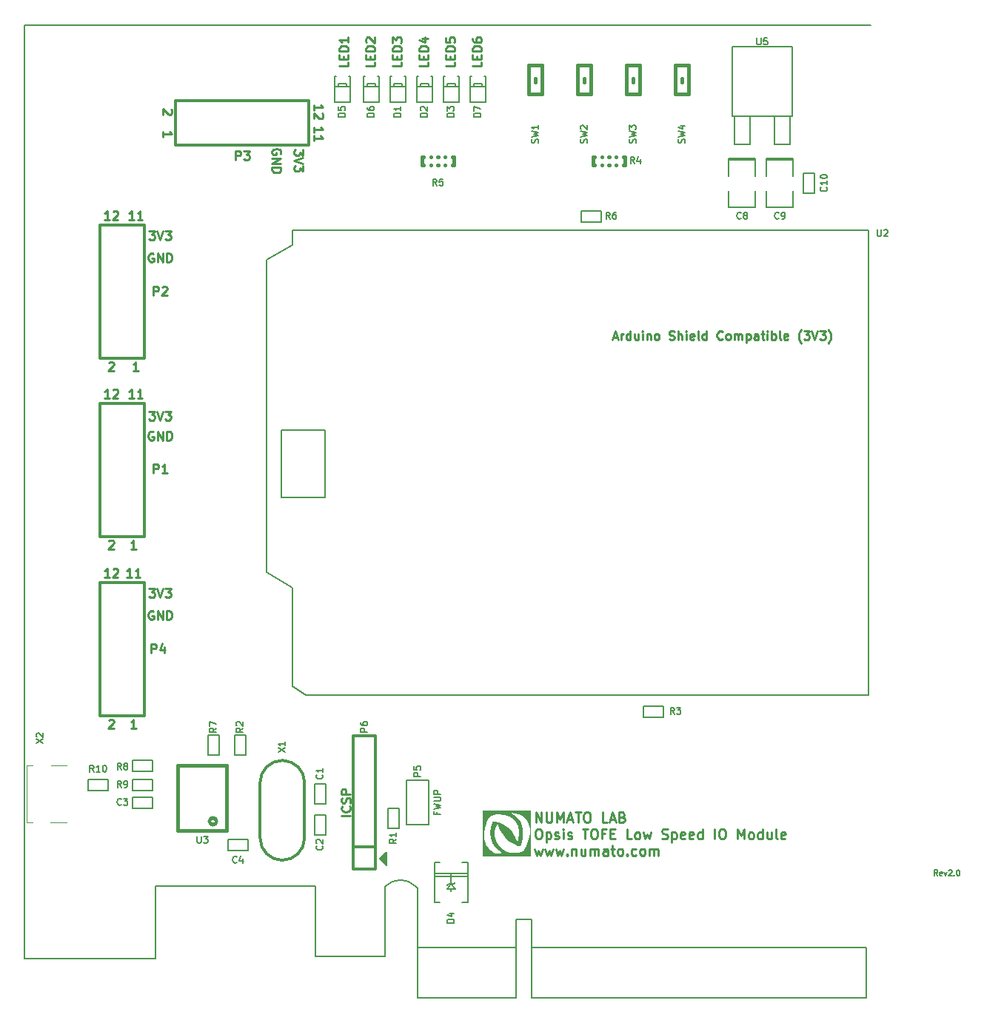
<source format=gto>
G04 (created by PCBNEW (2013-07-07 BZR 4022)-stable) date 15/12/2015 05:15:49 PM*
%MOIN*%
G04 Gerber Fmt 3.4, Leading zero omitted, Abs format*
%FSLAX34Y34*%
G01*
G70*
G90*
G04 APERTURE LIST*
%ADD10C,0.00590551*%
%ADD11C,0.01*%
%ADD12C,0.00787402*%
%ADD13C,0.0075*%
%ADD14C,0.01125*%
%ADD15C,0.00625*%
%ADD16C,0.005*%
%ADD17C,0.012*%
%ADD18C,0.0125*%
%ADD19C,0.006*%
%ADD20C,0.00393701*%
%ADD21C,0.0001*%
%ADD22C,0.015*%
%ADD23C,0.0108*%
G04 APERTURE END LIST*
G54D10*
G54D11*
X54861Y-17747D02*
X54861Y-17938D01*
X54461Y-17938D01*
X54652Y-17614D02*
X54652Y-17480D01*
X54861Y-17423D02*
X54861Y-17614D01*
X54461Y-17614D01*
X54461Y-17423D01*
X54861Y-17252D02*
X54461Y-17252D01*
X54461Y-17157D01*
X54480Y-17100D01*
X54519Y-17061D01*
X54557Y-17042D01*
X54633Y-17023D01*
X54690Y-17023D01*
X54766Y-17042D01*
X54804Y-17061D01*
X54842Y-17100D01*
X54861Y-17157D01*
X54861Y-17252D01*
X54461Y-16680D02*
X54461Y-16757D01*
X54480Y-16795D01*
X54500Y-16814D01*
X54557Y-16852D01*
X54633Y-16871D01*
X54785Y-16871D01*
X54823Y-16852D01*
X54842Y-16833D01*
X54861Y-16795D01*
X54861Y-16719D01*
X54842Y-16680D01*
X54823Y-16661D01*
X54785Y-16642D01*
X54690Y-16642D01*
X54652Y-16661D01*
X54633Y-16680D01*
X54614Y-16719D01*
X54614Y-16795D01*
X54633Y-16833D01*
X54652Y-16852D01*
X54690Y-16871D01*
X53661Y-17747D02*
X53661Y-17938D01*
X53261Y-17938D01*
X53452Y-17614D02*
X53452Y-17480D01*
X53661Y-17423D02*
X53661Y-17614D01*
X53261Y-17614D01*
X53261Y-17423D01*
X53661Y-17252D02*
X53261Y-17252D01*
X53261Y-17157D01*
X53280Y-17100D01*
X53319Y-17061D01*
X53357Y-17042D01*
X53433Y-17023D01*
X53490Y-17023D01*
X53566Y-17042D01*
X53604Y-17061D01*
X53642Y-17100D01*
X53661Y-17157D01*
X53661Y-17252D01*
X53261Y-16661D02*
X53261Y-16852D01*
X53452Y-16871D01*
X53433Y-16852D01*
X53414Y-16814D01*
X53414Y-16719D01*
X53433Y-16680D01*
X53452Y-16661D01*
X53490Y-16642D01*
X53585Y-16642D01*
X53623Y-16661D01*
X53642Y-16680D01*
X53661Y-16719D01*
X53661Y-16814D01*
X53642Y-16852D01*
X53623Y-16871D01*
X52461Y-17747D02*
X52461Y-17938D01*
X52061Y-17938D01*
X52252Y-17614D02*
X52252Y-17480D01*
X52461Y-17423D02*
X52461Y-17614D01*
X52061Y-17614D01*
X52061Y-17423D01*
X52461Y-17252D02*
X52061Y-17252D01*
X52061Y-17157D01*
X52080Y-17100D01*
X52119Y-17061D01*
X52157Y-17042D01*
X52233Y-17023D01*
X52290Y-17023D01*
X52366Y-17042D01*
X52404Y-17061D01*
X52442Y-17100D01*
X52461Y-17157D01*
X52461Y-17252D01*
X52195Y-16680D02*
X52461Y-16680D01*
X52042Y-16776D02*
X52328Y-16871D01*
X52328Y-16623D01*
X51261Y-17747D02*
X51261Y-17938D01*
X50861Y-17938D01*
X51052Y-17614D02*
X51052Y-17480D01*
X51261Y-17423D02*
X51261Y-17614D01*
X50861Y-17614D01*
X50861Y-17423D01*
X51261Y-17252D02*
X50861Y-17252D01*
X50861Y-17157D01*
X50880Y-17100D01*
X50919Y-17061D01*
X50957Y-17042D01*
X51033Y-17023D01*
X51090Y-17023D01*
X51166Y-17042D01*
X51204Y-17061D01*
X51242Y-17100D01*
X51261Y-17157D01*
X51261Y-17252D01*
X50861Y-16890D02*
X50861Y-16642D01*
X51014Y-16776D01*
X51014Y-16719D01*
X51033Y-16680D01*
X51052Y-16661D01*
X51090Y-16642D01*
X51185Y-16642D01*
X51223Y-16661D01*
X51242Y-16680D01*
X51261Y-16719D01*
X51261Y-16833D01*
X51242Y-16871D01*
X51223Y-16890D01*
X50061Y-17747D02*
X50061Y-17938D01*
X49661Y-17938D01*
X49852Y-17614D02*
X49852Y-17480D01*
X50061Y-17423D02*
X50061Y-17614D01*
X49661Y-17614D01*
X49661Y-17423D01*
X50061Y-17252D02*
X49661Y-17252D01*
X49661Y-17157D01*
X49680Y-17100D01*
X49719Y-17061D01*
X49757Y-17042D01*
X49833Y-17023D01*
X49890Y-17023D01*
X49966Y-17042D01*
X50004Y-17061D01*
X50042Y-17100D01*
X50061Y-17157D01*
X50061Y-17252D01*
X49700Y-16871D02*
X49680Y-16852D01*
X49661Y-16814D01*
X49661Y-16719D01*
X49680Y-16680D01*
X49700Y-16661D01*
X49738Y-16642D01*
X49776Y-16642D01*
X49833Y-16661D01*
X50061Y-16890D01*
X50061Y-16642D01*
X48861Y-17747D02*
X48861Y-17938D01*
X48461Y-17938D01*
X48652Y-17614D02*
X48652Y-17480D01*
X48861Y-17423D02*
X48861Y-17614D01*
X48461Y-17614D01*
X48461Y-17423D01*
X48861Y-17252D02*
X48461Y-17252D01*
X48461Y-17157D01*
X48480Y-17100D01*
X48519Y-17061D01*
X48557Y-17042D01*
X48633Y-17023D01*
X48690Y-17023D01*
X48766Y-17042D01*
X48804Y-17061D01*
X48842Y-17100D01*
X48861Y-17157D01*
X48861Y-17252D01*
X48861Y-16642D02*
X48861Y-16871D01*
X48861Y-16757D02*
X48461Y-16757D01*
X48519Y-16795D01*
X48557Y-16833D01*
X48576Y-16871D01*
G54D12*
X50498Y-53816D02*
X50598Y-53716D01*
X50298Y-53616D02*
X50398Y-53616D01*
X50398Y-53616D02*
X50498Y-53616D01*
X50498Y-53716D02*
X50598Y-53616D01*
X50498Y-53616D02*
X50498Y-53716D01*
X50598Y-53516D02*
X50498Y-53616D01*
X50498Y-53616D02*
X50598Y-53516D01*
X50598Y-53816D02*
X50398Y-53616D01*
X50598Y-53416D02*
X50598Y-53816D01*
X50398Y-53616D02*
X50598Y-53416D01*
X50598Y-53316D02*
X50298Y-53616D01*
X50598Y-53916D02*
X50598Y-53316D01*
X50298Y-53616D02*
X50598Y-53916D01*
G54D13*
X52864Y-51535D02*
X52864Y-51635D01*
X53021Y-51635D02*
X52721Y-51635D01*
X52721Y-51492D01*
X52721Y-51407D02*
X53021Y-51335D01*
X52807Y-51278D01*
X53021Y-51221D01*
X52721Y-51150D01*
X52721Y-51035D02*
X52964Y-51035D01*
X52992Y-51021D01*
X53007Y-51007D01*
X53021Y-50978D01*
X53021Y-50921D01*
X53007Y-50892D01*
X52992Y-50878D01*
X52964Y-50864D01*
X52721Y-50864D01*
X53021Y-50721D02*
X52721Y-50721D01*
X52721Y-50607D01*
X52735Y-50578D01*
X52750Y-50564D01*
X52778Y-50550D01*
X52821Y-50550D01*
X52850Y-50564D01*
X52864Y-50578D01*
X52878Y-50607D01*
X52878Y-50721D01*
G54D11*
X48961Y-51690D02*
X48561Y-51690D01*
X48923Y-51271D02*
X48942Y-51290D01*
X48961Y-51347D01*
X48961Y-51385D01*
X48942Y-51442D01*
X48904Y-51480D01*
X48866Y-51499D01*
X48790Y-51519D01*
X48733Y-51519D01*
X48657Y-51499D01*
X48619Y-51480D01*
X48580Y-51442D01*
X48561Y-51385D01*
X48561Y-51347D01*
X48580Y-51290D01*
X48600Y-51271D01*
X48942Y-51119D02*
X48961Y-51061D01*
X48961Y-50966D01*
X48942Y-50928D01*
X48923Y-50909D01*
X48885Y-50890D01*
X48847Y-50890D01*
X48809Y-50909D01*
X48790Y-50928D01*
X48771Y-50966D01*
X48752Y-51042D01*
X48733Y-51080D01*
X48714Y-51099D01*
X48676Y-51119D01*
X48638Y-51119D01*
X48600Y-51099D01*
X48580Y-51080D01*
X48561Y-51042D01*
X48561Y-50947D01*
X48580Y-50890D01*
X48961Y-50719D02*
X48561Y-50719D01*
X48561Y-50566D01*
X48580Y-50528D01*
X48600Y-50509D01*
X48638Y-50490D01*
X48695Y-50490D01*
X48733Y-50509D01*
X48752Y-50528D01*
X48771Y-50566D01*
X48771Y-50719D01*
X60785Y-30147D02*
X60976Y-30147D01*
X60747Y-30261D02*
X60880Y-29861D01*
X61014Y-30261D01*
X61147Y-30261D02*
X61147Y-29995D01*
X61147Y-30071D02*
X61166Y-30033D01*
X61185Y-30014D01*
X61223Y-29995D01*
X61261Y-29995D01*
X61566Y-30261D02*
X61566Y-29861D01*
X61566Y-30242D02*
X61528Y-30261D01*
X61452Y-30261D01*
X61414Y-30242D01*
X61395Y-30223D01*
X61376Y-30185D01*
X61376Y-30071D01*
X61395Y-30033D01*
X61414Y-30014D01*
X61452Y-29995D01*
X61528Y-29995D01*
X61566Y-30014D01*
X61928Y-29995D02*
X61928Y-30261D01*
X61757Y-29995D02*
X61757Y-30204D01*
X61776Y-30242D01*
X61814Y-30261D01*
X61871Y-30261D01*
X61909Y-30242D01*
X61928Y-30223D01*
X62119Y-30261D02*
X62119Y-29995D01*
X62119Y-29861D02*
X62100Y-29880D01*
X62119Y-29900D01*
X62138Y-29880D01*
X62119Y-29861D01*
X62119Y-29900D01*
X62309Y-29995D02*
X62309Y-30261D01*
X62309Y-30033D02*
X62328Y-30014D01*
X62366Y-29995D01*
X62423Y-29995D01*
X62461Y-30014D01*
X62480Y-30052D01*
X62480Y-30261D01*
X62728Y-30261D02*
X62690Y-30242D01*
X62671Y-30223D01*
X62652Y-30185D01*
X62652Y-30071D01*
X62671Y-30033D01*
X62690Y-30014D01*
X62728Y-29995D01*
X62785Y-29995D01*
X62823Y-30014D01*
X62842Y-30033D01*
X62861Y-30071D01*
X62861Y-30185D01*
X62842Y-30223D01*
X62823Y-30242D01*
X62785Y-30261D01*
X62728Y-30261D01*
X63319Y-30242D02*
X63376Y-30261D01*
X63471Y-30261D01*
X63509Y-30242D01*
X63528Y-30223D01*
X63547Y-30185D01*
X63547Y-30147D01*
X63528Y-30109D01*
X63509Y-30090D01*
X63471Y-30071D01*
X63395Y-30052D01*
X63357Y-30033D01*
X63338Y-30014D01*
X63319Y-29976D01*
X63319Y-29938D01*
X63338Y-29900D01*
X63357Y-29880D01*
X63395Y-29861D01*
X63490Y-29861D01*
X63547Y-29880D01*
X63719Y-30261D02*
X63719Y-29861D01*
X63890Y-30261D02*
X63890Y-30052D01*
X63871Y-30014D01*
X63833Y-29995D01*
X63776Y-29995D01*
X63738Y-30014D01*
X63719Y-30033D01*
X64080Y-30261D02*
X64080Y-29995D01*
X64080Y-29861D02*
X64061Y-29880D01*
X64080Y-29900D01*
X64100Y-29880D01*
X64080Y-29861D01*
X64080Y-29900D01*
X64423Y-30242D02*
X64385Y-30261D01*
X64309Y-30261D01*
X64271Y-30242D01*
X64252Y-30204D01*
X64252Y-30052D01*
X64271Y-30014D01*
X64309Y-29995D01*
X64385Y-29995D01*
X64423Y-30014D01*
X64442Y-30052D01*
X64442Y-30090D01*
X64252Y-30128D01*
X64671Y-30261D02*
X64633Y-30242D01*
X64614Y-30204D01*
X64614Y-29861D01*
X64995Y-30261D02*
X64995Y-29861D01*
X64995Y-30242D02*
X64957Y-30261D01*
X64880Y-30261D01*
X64842Y-30242D01*
X64823Y-30223D01*
X64804Y-30185D01*
X64804Y-30071D01*
X64823Y-30033D01*
X64842Y-30014D01*
X64880Y-29995D01*
X64957Y-29995D01*
X64995Y-30014D01*
X65719Y-30223D02*
X65700Y-30242D01*
X65642Y-30261D01*
X65604Y-30261D01*
X65547Y-30242D01*
X65509Y-30204D01*
X65490Y-30166D01*
X65471Y-30090D01*
X65471Y-30033D01*
X65490Y-29957D01*
X65509Y-29919D01*
X65547Y-29880D01*
X65604Y-29861D01*
X65642Y-29861D01*
X65700Y-29880D01*
X65719Y-29900D01*
X65947Y-30261D02*
X65909Y-30242D01*
X65890Y-30223D01*
X65871Y-30185D01*
X65871Y-30071D01*
X65890Y-30033D01*
X65909Y-30014D01*
X65947Y-29995D01*
X66004Y-29995D01*
X66042Y-30014D01*
X66061Y-30033D01*
X66080Y-30071D01*
X66080Y-30185D01*
X66061Y-30223D01*
X66042Y-30242D01*
X66004Y-30261D01*
X65947Y-30261D01*
X66252Y-30261D02*
X66252Y-29995D01*
X66252Y-30033D02*
X66271Y-30014D01*
X66309Y-29995D01*
X66366Y-29995D01*
X66404Y-30014D01*
X66423Y-30052D01*
X66423Y-30261D01*
X66423Y-30052D02*
X66442Y-30014D01*
X66480Y-29995D01*
X66538Y-29995D01*
X66576Y-30014D01*
X66595Y-30052D01*
X66595Y-30261D01*
X66785Y-29995D02*
X66785Y-30395D01*
X66785Y-30014D02*
X66823Y-29995D01*
X66900Y-29995D01*
X66938Y-30014D01*
X66957Y-30033D01*
X66976Y-30071D01*
X66976Y-30185D01*
X66957Y-30223D01*
X66938Y-30242D01*
X66900Y-30261D01*
X66823Y-30261D01*
X66785Y-30242D01*
X67319Y-30261D02*
X67319Y-30052D01*
X67300Y-30014D01*
X67261Y-29995D01*
X67185Y-29995D01*
X67147Y-30014D01*
X67319Y-30242D02*
X67280Y-30261D01*
X67185Y-30261D01*
X67147Y-30242D01*
X67128Y-30204D01*
X67128Y-30166D01*
X67147Y-30128D01*
X67185Y-30109D01*
X67280Y-30109D01*
X67319Y-30090D01*
X67452Y-29995D02*
X67604Y-29995D01*
X67509Y-29861D02*
X67509Y-30204D01*
X67528Y-30242D01*
X67566Y-30261D01*
X67604Y-30261D01*
X67738Y-30261D02*
X67738Y-29995D01*
X67738Y-29861D02*
X67719Y-29880D01*
X67738Y-29900D01*
X67757Y-29880D01*
X67738Y-29861D01*
X67738Y-29900D01*
X67928Y-30261D02*
X67928Y-29861D01*
X67928Y-30014D02*
X67966Y-29995D01*
X68042Y-29995D01*
X68080Y-30014D01*
X68100Y-30033D01*
X68119Y-30071D01*
X68119Y-30185D01*
X68100Y-30223D01*
X68080Y-30242D01*
X68042Y-30261D01*
X67966Y-30261D01*
X67928Y-30242D01*
X68347Y-30261D02*
X68309Y-30242D01*
X68290Y-30204D01*
X68290Y-29861D01*
X68652Y-30242D02*
X68614Y-30261D01*
X68538Y-30261D01*
X68500Y-30242D01*
X68480Y-30204D01*
X68480Y-30052D01*
X68500Y-30014D01*
X68538Y-29995D01*
X68614Y-29995D01*
X68652Y-30014D01*
X68671Y-30052D01*
X68671Y-30090D01*
X68480Y-30128D01*
X69261Y-30414D02*
X69242Y-30395D01*
X69204Y-30338D01*
X69185Y-30300D01*
X69166Y-30242D01*
X69147Y-30147D01*
X69147Y-30071D01*
X69166Y-29976D01*
X69185Y-29919D01*
X69204Y-29880D01*
X69242Y-29823D01*
X69261Y-29804D01*
X69376Y-29861D02*
X69623Y-29861D01*
X69490Y-30014D01*
X69547Y-30014D01*
X69585Y-30033D01*
X69604Y-30052D01*
X69623Y-30090D01*
X69623Y-30185D01*
X69604Y-30223D01*
X69585Y-30242D01*
X69547Y-30261D01*
X69433Y-30261D01*
X69395Y-30242D01*
X69376Y-30223D01*
X69738Y-29861D02*
X69871Y-30261D01*
X70004Y-29861D01*
X70099Y-29861D02*
X70347Y-29861D01*
X70214Y-30014D01*
X70271Y-30014D01*
X70309Y-30033D01*
X70328Y-30052D01*
X70347Y-30090D01*
X70347Y-30185D01*
X70328Y-30223D01*
X70309Y-30242D01*
X70271Y-30261D01*
X70157Y-30261D01*
X70119Y-30242D01*
X70099Y-30223D01*
X70480Y-30414D02*
X70499Y-30395D01*
X70538Y-30338D01*
X70557Y-30300D01*
X70576Y-30242D01*
X70595Y-30147D01*
X70595Y-30071D01*
X70576Y-29976D01*
X70557Y-29919D01*
X70538Y-29880D01*
X70499Y-29823D01*
X70480Y-29804D01*
X40538Y-21114D02*
X40538Y-20885D01*
X40538Y-21000D02*
X40938Y-21000D01*
X40880Y-20961D01*
X40842Y-20923D01*
X40823Y-20885D01*
X40900Y-19885D02*
X40919Y-19904D01*
X40938Y-19942D01*
X40938Y-20038D01*
X40919Y-20076D01*
X40900Y-20095D01*
X40861Y-20114D01*
X40823Y-20114D01*
X40766Y-20095D01*
X40538Y-19866D01*
X40538Y-20114D01*
X47338Y-20923D02*
X47338Y-20695D01*
X47338Y-20809D02*
X47738Y-20809D01*
X47680Y-20771D01*
X47642Y-20733D01*
X47623Y-20695D01*
X47338Y-21304D02*
X47338Y-21076D01*
X47338Y-21190D02*
X47738Y-21190D01*
X47680Y-21152D01*
X47642Y-21114D01*
X47623Y-21076D01*
X47338Y-19923D02*
X47338Y-19695D01*
X47338Y-19809D02*
X47738Y-19809D01*
X47680Y-19771D01*
X47642Y-19733D01*
X47623Y-19695D01*
X47700Y-20076D02*
X47719Y-20095D01*
X47738Y-20133D01*
X47738Y-20228D01*
X47719Y-20266D01*
X47700Y-20285D01*
X47661Y-20304D01*
X47623Y-20304D01*
X47566Y-20285D01*
X47338Y-20057D01*
X47338Y-20304D01*
X46838Y-21704D02*
X46838Y-21952D01*
X46685Y-21819D01*
X46685Y-21876D01*
X46666Y-21914D01*
X46647Y-21933D01*
X46609Y-21952D01*
X46514Y-21952D01*
X46476Y-21933D01*
X46457Y-21914D01*
X46438Y-21876D01*
X46438Y-21761D01*
X46457Y-21723D01*
X46476Y-21704D01*
X46838Y-22066D02*
X46438Y-22200D01*
X46838Y-22333D01*
X46838Y-22428D02*
X46838Y-22676D01*
X46685Y-22542D01*
X46685Y-22600D01*
X46666Y-22638D01*
X46647Y-22657D01*
X46609Y-22676D01*
X46514Y-22676D01*
X46476Y-22657D01*
X46457Y-22638D01*
X46438Y-22600D01*
X46438Y-22485D01*
X46457Y-22447D01*
X46476Y-22428D01*
X45819Y-21895D02*
X45838Y-21857D01*
X45838Y-21800D01*
X45819Y-21742D01*
X45780Y-21704D01*
X45742Y-21685D01*
X45666Y-21666D01*
X45609Y-21666D01*
X45533Y-21685D01*
X45495Y-21704D01*
X45457Y-21742D01*
X45438Y-21800D01*
X45438Y-21838D01*
X45457Y-21895D01*
X45476Y-21914D01*
X45609Y-21914D01*
X45609Y-21838D01*
X45438Y-22085D02*
X45838Y-22085D01*
X45438Y-22314D01*
X45838Y-22314D01*
X45438Y-22504D02*
X45838Y-22504D01*
X45838Y-22600D01*
X45819Y-22657D01*
X45780Y-22695D01*
X45742Y-22714D01*
X45666Y-22733D01*
X45609Y-22733D01*
X45533Y-22714D01*
X45495Y-22695D01*
X45457Y-22657D01*
X45438Y-22600D01*
X45438Y-22504D01*
X40095Y-34402D02*
X40057Y-34383D01*
X40000Y-34383D01*
X39942Y-34402D01*
X39904Y-34441D01*
X39885Y-34479D01*
X39866Y-34555D01*
X39866Y-34612D01*
X39885Y-34688D01*
X39904Y-34726D01*
X39942Y-34764D01*
X40000Y-34783D01*
X40038Y-34783D01*
X40095Y-34764D01*
X40114Y-34745D01*
X40114Y-34612D01*
X40038Y-34612D01*
X40285Y-34783D02*
X40285Y-34383D01*
X40514Y-34783D01*
X40514Y-34383D01*
X40704Y-34783D02*
X40704Y-34383D01*
X40800Y-34383D01*
X40857Y-34402D01*
X40895Y-34441D01*
X40914Y-34479D01*
X40933Y-34555D01*
X40933Y-34612D01*
X40914Y-34688D01*
X40895Y-34726D01*
X40857Y-34764D01*
X40800Y-34783D01*
X40704Y-34783D01*
X40095Y-42480D02*
X40057Y-42461D01*
X40000Y-42461D01*
X39942Y-42480D01*
X39904Y-42519D01*
X39885Y-42557D01*
X39866Y-42633D01*
X39866Y-42690D01*
X39885Y-42766D01*
X39904Y-42804D01*
X39942Y-42842D01*
X40000Y-42861D01*
X40038Y-42861D01*
X40095Y-42842D01*
X40114Y-42823D01*
X40114Y-42690D01*
X40038Y-42690D01*
X40285Y-42861D02*
X40285Y-42461D01*
X40514Y-42861D01*
X40514Y-42461D01*
X40704Y-42861D02*
X40704Y-42461D01*
X40800Y-42461D01*
X40857Y-42480D01*
X40895Y-42519D01*
X40914Y-42557D01*
X40933Y-42633D01*
X40933Y-42690D01*
X40914Y-42766D01*
X40895Y-42804D01*
X40857Y-42842D01*
X40800Y-42861D01*
X40704Y-42861D01*
X40095Y-26380D02*
X40057Y-26361D01*
X40000Y-26361D01*
X39942Y-26380D01*
X39904Y-26419D01*
X39885Y-26457D01*
X39866Y-26533D01*
X39866Y-26590D01*
X39885Y-26666D01*
X39904Y-26704D01*
X39942Y-26742D01*
X40000Y-26761D01*
X40038Y-26761D01*
X40095Y-26742D01*
X40114Y-26723D01*
X40114Y-26590D01*
X40038Y-26590D01*
X40285Y-26761D02*
X40285Y-26361D01*
X40514Y-26761D01*
X40514Y-26361D01*
X40704Y-26761D02*
X40704Y-26361D01*
X40800Y-26361D01*
X40857Y-26380D01*
X40895Y-26419D01*
X40914Y-26457D01*
X40933Y-26533D01*
X40933Y-26590D01*
X40914Y-26666D01*
X40895Y-26704D01*
X40857Y-26742D01*
X40800Y-26761D01*
X40704Y-26761D01*
X39904Y-33483D02*
X40152Y-33483D01*
X40019Y-33636D01*
X40076Y-33636D01*
X40114Y-33655D01*
X40133Y-33674D01*
X40152Y-33712D01*
X40152Y-33807D01*
X40133Y-33845D01*
X40114Y-33864D01*
X40076Y-33883D01*
X39961Y-33883D01*
X39923Y-33864D01*
X39904Y-33845D01*
X40266Y-33483D02*
X40400Y-33883D01*
X40533Y-33483D01*
X40628Y-33483D02*
X40876Y-33483D01*
X40742Y-33636D01*
X40800Y-33636D01*
X40838Y-33655D01*
X40857Y-33674D01*
X40876Y-33712D01*
X40876Y-33807D01*
X40857Y-33845D01*
X40838Y-33864D01*
X40800Y-33883D01*
X40685Y-33883D01*
X40647Y-33864D01*
X40628Y-33845D01*
X39904Y-41461D02*
X40152Y-41461D01*
X40019Y-41614D01*
X40076Y-41614D01*
X40114Y-41633D01*
X40133Y-41652D01*
X40152Y-41690D01*
X40152Y-41785D01*
X40133Y-41823D01*
X40114Y-41842D01*
X40076Y-41861D01*
X39961Y-41861D01*
X39923Y-41842D01*
X39904Y-41823D01*
X40266Y-41461D02*
X40400Y-41861D01*
X40533Y-41461D01*
X40628Y-41461D02*
X40876Y-41461D01*
X40742Y-41614D01*
X40800Y-41614D01*
X40838Y-41633D01*
X40857Y-41652D01*
X40876Y-41690D01*
X40876Y-41785D01*
X40857Y-41823D01*
X40838Y-41842D01*
X40800Y-41861D01*
X40685Y-41861D01*
X40647Y-41842D01*
X40628Y-41823D01*
X39904Y-25361D02*
X40152Y-25361D01*
X40019Y-25514D01*
X40076Y-25514D01*
X40114Y-25533D01*
X40133Y-25552D01*
X40152Y-25590D01*
X40152Y-25685D01*
X40133Y-25723D01*
X40114Y-25742D01*
X40076Y-25761D01*
X39961Y-25761D01*
X39923Y-25742D01*
X39904Y-25723D01*
X40266Y-25361D02*
X40400Y-25761D01*
X40533Y-25361D01*
X40628Y-25361D02*
X40876Y-25361D01*
X40742Y-25514D01*
X40800Y-25514D01*
X40838Y-25533D01*
X40857Y-25552D01*
X40876Y-25590D01*
X40876Y-25685D01*
X40857Y-25723D01*
X40838Y-25742D01*
X40800Y-25761D01*
X40685Y-25761D01*
X40647Y-25742D01*
X40628Y-25723D01*
X38123Y-24861D02*
X37895Y-24861D01*
X38009Y-24861D02*
X38009Y-24461D01*
X37971Y-24519D01*
X37933Y-24557D01*
X37895Y-24576D01*
X38276Y-24500D02*
X38295Y-24480D01*
X38333Y-24461D01*
X38428Y-24461D01*
X38466Y-24480D01*
X38485Y-24500D01*
X38504Y-24538D01*
X38504Y-24576D01*
X38485Y-24633D01*
X38257Y-24861D01*
X38504Y-24861D01*
X39223Y-24861D02*
X38995Y-24861D01*
X39109Y-24861D02*
X39109Y-24461D01*
X39071Y-24519D01*
X39033Y-24557D01*
X38995Y-24576D01*
X39604Y-24861D02*
X39376Y-24861D01*
X39490Y-24861D02*
X39490Y-24461D01*
X39452Y-24519D01*
X39414Y-24557D01*
X39376Y-24576D01*
X38123Y-32883D02*
X37895Y-32883D01*
X38009Y-32883D02*
X38009Y-32483D01*
X37971Y-32541D01*
X37933Y-32579D01*
X37895Y-32598D01*
X38276Y-32522D02*
X38295Y-32502D01*
X38333Y-32483D01*
X38428Y-32483D01*
X38466Y-32502D01*
X38485Y-32522D01*
X38504Y-32560D01*
X38504Y-32598D01*
X38485Y-32655D01*
X38257Y-32883D01*
X38504Y-32883D01*
X39223Y-32883D02*
X38995Y-32883D01*
X39109Y-32883D02*
X39109Y-32483D01*
X39071Y-32541D01*
X39033Y-32579D01*
X38995Y-32598D01*
X39604Y-32883D02*
X39376Y-32883D01*
X39490Y-32883D02*
X39490Y-32483D01*
X39452Y-32541D01*
X39414Y-32579D01*
X39376Y-32598D01*
X38085Y-31300D02*
X38104Y-31280D01*
X38142Y-31261D01*
X38238Y-31261D01*
X38276Y-31280D01*
X38295Y-31300D01*
X38314Y-31338D01*
X38314Y-31376D01*
X38295Y-31433D01*
X38066Y-31661D01*
X38314Y-31661D01*
X39414Y-31661D02*
X39185Y-31661D01*
X39300Y-31661D02*
X39300Y-31261D01*
X39261Y-31319D01*
X39223Y-31357D01*
X39185Y-31376D01*
X38085Y-39322D02*
X38104Y-39302D01*
X38142Y-39283D01*
X38238Y-39283D01*
X38276Y-39302D01*
X38295Y-39322D01*
X38314Y-39360D01*
X38314Y-39398D01*
X38295Y-39455D01*
X38066Y-39683D01*
X38314Y-39683D01*
X39314Y-39683D02*
X39085Y-39683D01*
X39200Y-39683D02*
X39200Y-39283D01*
X39161Y-39341D01*
X39123Y-39379D01*
X39085Y-39398D01*
X38123Y-40961D02*
X37895Y-40961D01*
X38009Y-40961D02*
X38009Y-40561D01*
X37971Y-40619D01*
X37933Y-40657D01*
X37895Y-40676D01*
X38276Y-40600D02*
X38295Y-40580D01*
X38333Y-40561D01*
X38428Y-40561D01*
X38466Y-40580D01*
X38485Y-40600D01*
X38504Y-40638D01*
X38504Y-40676D01*
X38485Y-40733D01*
X38257Y-40961D01*
X38504Y-40961D01*
X39123Y-40961D02*
X38895Y-40961D01*
X39009Y-40961D02*
X39009Y-40561D01*
X38971Y-40619D01*
X38933Y-40657D01*
X38895Y-40676D01*
X39504Y-40961D02*
X39276Y-40961D01*
X39390Y-40961D02*
X39390Y-40561D01*
X39352Y-40619D01*
X39314Y-40657D01*
X39276Y-40676D01*
X38085Y-47400D02*
X38104Y-47380D01*
X38142Y-47361D01*
X38238Y-47361D01*
X38276Y-47380D01*
X38295Y-47400D01*
X38314Y-47438D01*
X38314Y-47476D01*
X38295Y-47533D01*
X38066Y-47761D01*
X38314Y-47761D01*
X39314Y-47761D02*
X39085Y-47761D01*
X39200Y-47761D02*
X39200Y-47361D01*
X39161Y-47419D01*
X39123Y-47457D01*
X39085Y-47476D01*
G54D14*
X57308Y-51994D02*
X57308Y-51544D01*
X57565Y-51994D01*
X57565Y-51544D01*
X57779Y-51544D02*
X57779Y-51908D01*
X57801Y-51951D01*
X57822Y-51972D01*
X57865Y-51994D01*
X57951Y-51994D01*
X57993Y-51972D01*
X58015Y-51951D01*
X58036Y-51908D01*
X58036Y-51544D01*
X58251Y-51994D02*
X58251Y-51544D01*
X58401Y-51865D01*
X58551Y-51544D01*
X58551Y-51994D01*
X58743Y-51865D02*
X58958Y-51865D01*
X58701Y-51994D02*
X58851Y-51544D01*
X59001Y-51994D01*
X59086Y-51544D02*
X59343Y-51544D01*
X59215Y-51994D02*
X59215Y-51544D01*
X59579Y-51544D02*
X59665Y-51544D01*
X59708Y-51565D01*
X59751Y-51608D01*
X59772Y-51694D01*
X59772Y-51844D01*
X59751Y-51929D01*
X59708Y-51972D01*
X59665Y-51994D01*
X59579Y-51994D01*
X59536Y-51972D01*
X59493Y-51929D01*
X59472Y-51844D01*
X59472Y-51694D01*
X59493Y-51608D01*
X59536Y-51565D01*
X59579Y-51544D01*
X60522Y-51994D02*
X60308Y-51994D01*
X60308Y-51544D01*
X60651Y-51865D02*
X60865Y-51865D01*
X60608Y-51994D02*
X60758Y-51544D01*
X60908Y-51994D01*
X61208Y-51758D02*
X61272Y-51779D01*
X61293Y-51801D01*
X61315Y-51844D01*
X61315Y-51908D01*
X61293Y-51951D01*
X61272Y-51972D01*
X61229Y-51994D01*
X61058Y-51994D01*
X61058Y-51544D01*
X61208Y-51544D01*
X61251Y-51565D01*
X61272Y-51587D01*
X61293Y-51629D01*
X61293Y-51672D01*
X61272Y-51715D01*
X61251Y-51737D01*
X61208Y-51758D01*
X61058Y-51758D01*
X57393Y-52286D02*
X57479Y-52286D01*
X57522Y-52308D01*
X57565Y-52350D01*
X57586Y-52436D01*
X57586Y-52586D01*
X57565Y-52672D01*
X57522Y-52715D01*
X57479Y-52736D01*
X57393Y-52736D01*
X57351Y-52715D01*
X57308Y-52672D01*
X57286Y-52586D01*
X57286Y-52436D01*
X57308Y-52350D01*
X57351Y-52308D01*
X57393Y-52286D01*
X57779Y-52436D02*
X57779Y-52886D01*
X57779Y-52458D02*
X57822Y-52436D01*
X57908Y-52436D01*
X57951Y-52458D01*
X57972Y-52479D01*
X57993Y-52522D01*
X57993Y-52650D01*
X57972Y-52693D01*
X57951Y-52715D01*
X57908Y-52736D01*
X57822Y-52736D01*
X57779Y-52715D01*
X58165Y-52715D02*
X58208Y-52736D01*
X58293Y-52736D01*
X58336Y-52715D01*
X58358Y-52672D01*
X58358Y-52650D01*
X58336Y-52608D01*
X58293Y-52586D01*
X58229Y-52586D01*
X58186Y-52565D01*
X58165Y-52522D01*
X58165Y-52500D01*
X58186Y-52458D01*
X58229Y-52436D01*
X58293Y-52436D01*
X58336Y-52458D01*
X58551Y-52736D02*
X58551Y-52436D01*
X58551Y-52286D02*
X58529Y-52308D01*
X58551Y-52329D01*
X58572Y-52308D01*
X58551Y-52286D01*
X58551Y-52329D01*
X58743Y-52715D02*
X58786Y-52736D01*
X58872Y-52736D01*
X58915Y-52715D01*
X58936Y-52672D01*
X58936Y-52650D01*
X58915Y-52608D01*
X58872Y-52586D01*
X58808Y-52586D01*
X58765Y-52565D01*
X58743Y-52522D01*
X58743Y-52500D01*
X58765Y-52458D01*
X58808Y-52436D01*
X58872Y-52436D01*
X58915Y-52458D01*
X59408Y-52286D02*
X59665Y-52286D01*
X59536Y-52736D02*
X59536Y-52286D01*
X59901Y-52286D02*
X59986Y-52286D01*
X60029Y-52308D01*
X60072Y-52350D01*
X60093Y-52436D01*
X60093Y-52586D01*
X60072Y-52672D01*
X60029Y-52715D01*
X59986Y-52736D01*
X59901Y-52736D01*
X59858Y-52715D01*
X59815Y-52672D01*
X59793Y-52586D01*
X59793Y-52436D01*
X59815Y-52350D01*
X59858Y-52308D01*
X59901Y-52286D01*
X60436Y-52500D02*
X60286Y-52500D01*
X60286Y-52736D02*
X60286Y-52286D01*
X60501Y-52286D01*
X60672Y-52500D02*
X60822Y-52500D01*
X60886Y-52736D02*
X60672Y-52736D01*
X60672Y-52286D01*
X60886Y-52286D01*
X61636Y-52736D02*
X61422Y-52736D01*
X61422Y-52286D01*
X61851Y-52736D02*
X61808Y-52715D01*
X61786Y-52693D01*
X61765Y-52650D01*
X61765Y-52522D01*
X61786Y-52479D01*
X61808Y-52458D01*
X61851Y-52436D01*
X61915Y-52436D01*
X61958Y-52458D01*
X61979Y-52479D01*
X62001Y-52522D01*
X62001Y-52650D01*
X61979Y-52693D01*
X61958Y-52715D01*
X61915Y-52736D01*
X61851Y-52736D01*
X62151Y-52436D02*
X62236Y-52736D01*
X62322Y-52522D01*
X62408Y-52736D01*
X62493Y-52436D01*
X62986Y-52715D02*
X63051Y-52736D01*
X63158Y-52736D01*
X63201Y-52715D01*
X63222Y-52693D01*
X63243Y-52650D01*
X63243Y-52608D01*
X63222Y-52565D01*
X63201Y-52543D01*
X63158Y-52522D01*
X63072Y-52500D01*
X63029Y-52479D01*
X63008Y-52458D01*
X62986Y-52415D01*
X62986Y-52372D01*
X63008Y-52329D01*
X63029Y-52308D01*
X63072Y-52286D01*
X63179Y-52286D01*
X63243Y-52308D01*
X63436Y-52436D02*
X63436Y-52886D01*
X63436Y-52458D02*
X63479Y-52436D01*
X63565Y-52436D01*
X63608Y-52458D01*
X63629Y-52479D01*
X63651Y-52522D01*
X63651Y-52650D01*
X63629Y-52693D01*
X63608Y-52715D01*
X63565Y-52736D01*
X63479Y-52736D01*
X63436Y-52715D01*
X64015Y-52715D02*
X63972Y-52736D01*
X63886Y-52736D01*
X63843Y-52715D01*
X63822Y-52672D01*
X63822Y-52500D01*
X63843Y-52458D01*
X63886Y-52436D01*
X63972Y-52436D01*
X64015Y-52458D01*
X64036Y-52500D01*
X64036Y-52543D01*
X63822Y-52586D01*
X64401Y-52715D02*
X64358Y-52736D01*
X64272Y-52736D01*
X64229Y-52715D01*
X64208Y-52672D01*
X64208Y-52500D01*
X64229Y-52458D01*
X64272Y-52436D01*
X64358Y-52436D01*
X64401Y-52458D01*
X64422Y-52500D01*
X64422Y-52543D01*
X64208Y-52586D01*
X64808Y-52736D02*
X64808Y-52286D01*
X64808Y-52715D02*
X64765Y-52736D01*
X64679Y-52736D01*
X64636Y-52715D01*
X64615Y-52693D01*
X64593Y-52650D01*
X64593Y-52522D01*
X64615Y-52479D01*
X64636Y-52458D01*
X64679Y-52436D01*
X64765Y-52436D01*
X64808Y-52458D01*
X65365Y-52736D02*
X65365Y-52286D01*
X65665Y-52286D02*
X65751Y-52286D01*
X65793Y-52308D01*
X65836Y-52350D01*
X65858Y-52436D01*
X65858Y-52586D01*
X65836Y-52672D01*
X65793Y-52715D01*
X65751Y-52736D01*
X65665Y-52736D01*
X65622Y-52715D01*
X65579Y-52672D01*
X65558Y-52586D01*
X65558Y-52436D01*
X65579Y-52350D01*
X65622Y-52308D01*
X65665Y-52286D01*
X66393Y-52736D02*
X66393Y-52286D01*
X66543Y-52608D01*
X66693Y-52286D01*
X66693Y-52736D01*
X66972Y-52736D02*
X66929Y-52715D01*
X66908Y-52693D01*
X66886Y-52650D01*
X66886Y-52522D01*
X66908Y-52479D01*
X66929Y-52458D01*
X66972Y-52436D01*
X67036Y-52436D01*
X67079Y-52458D01*
X67101Y-52479D01*
X67122Y-52522D01*
X67122Y-52650D01*
X67101Y-52693D01*
X67079Y-52715D01*
X67036Y-52736D01*
X66972Y-52736D01*
X67508Y-52736D02*
X67508Y-52286D01*
X67508Y-52715D02*
X67465Y-52736D01*
X67379Y-52736D01*
X67336Y-52715D01*
X67315Y-52693D01*
X67293Y-52650D01*
X67293Y-52522D01*
X67315Y-52479D01*
X67336Y-52458D01*
X67379Y-52436D01*
X67465Y-52436D01*
X67508Y-52458D01*
X67915Y-52436D02*
X67915Y-52736D01*
X67722Y-52436D02*
X67722Y-52672D01*
X67743Y-52715D01*
X67786Y-52736D01*
X67851Y-52736D01*
X67893Y-52715D01*
X67915Y-52693D01*
X68193Y-52736D02*
X68151Y-52715D01*
X68129Y-52672D01*
X68129Y-52286D01*
X68536Y-52715D02*
X68493Y-52736D01*
X68408Y-52736D01*
X68365Y-52715D01*
X68343Y-52672D01*
X68343Y-52500D01*
X68365Y-52458D01*
X68408Y-52436D01*
X68493Y-52436D01*
X68536Y-52458D01*
X68558Y-52500D01*
X68558Y-52543D01*
X68343Y-52586D01*
X57265Y-53179D02*
X57351Y-53479D01*
X57436Y-53264D01*
X57522Y-53479D01*
X57608Y-53179D01*
X57736Y-53179D02*
X57822Y-53479D01*
X57908Y-53264D01*
X57993Y-53479D01*
X58079Y-53179D01*
X58208Y-53179D02*
X58293Y-53479D01*
X58379Y-53264D01*
X58465Y-53479D01*
X58551Y-53179D01*
X58722Y-53436D02*
X58743Y-53457D01*
X58722Y-53479D01*
X58701Y-53457D01*
X58722Y-53436D01*
X58722Y-53479D01*
X58936Y-53179D02*
X58936Y-53479D01*
X58936Y-53222D02*
X58958Y-53200D01*
X59001Y-53179D01*
X59065Y-53179D01*
X59108Y-53200D01*
X59129Y-53243D01*
X59129Y-53479D01*
X59536Y-53179D02*
X59536Y-53479D01*
X59343Y-53179D02*
X59343Y-53414D01*
X59365Y-53457D01*
X59408Y-53479D01*
X59472Y-53479D01*
X59515Y-53457D01*
X59536Y-53436D01*
X59751Y-53479D02*
X59751Y-53179D01*
X59751Y-53222D02*
X59772Y-53200D01*
X59815Y-53179D01*
X59879Y-53179D01*
X59922Y-53200D01*
X59943Y-53243D01*
X59943Y-53479D01*
X59943Y-53243D02*
X59965Y-53200D01*
X60008Y-53179D01*
X60072Y-53179D01*
X60115Y-53200D01*
X60136Y-53243D01*
X60136Y-53479D01*
X60543Y-53479D02*
X60543Y-53243D01*
X60522Y-53200D01*
X60479Y-53179D01*
X60393Y-53179D01*
X60351Y-53200D01*
X60543Y-53457D02*
X60501Y-53479D01*
X60393Y-53479D01*
X60351Y-53457D01*
X60329Y-53414D01*
X60329Y-53372D01*
X60351Y-53329D01*
X60393Y-53307D01*
X60501Y-53307D01*
X60543Y-53286D01*
X60693Y-53179D02*
X60865Y-53179D01*
X60758Y-53029D02*
X60758Y-53414D01*
X60779Y-53457D01*
X60822Y-53479D01*
X60865Y-53479D01*
X61079Y-53479D02*
X61036Y-53457D01*
X61015Y-53436D01*
X60993Y-53393D01*
X60993Y-53264D01*
X61015Y-53222D01*
X61036Y-53200D01*
X61079Y-53179D01*
X61143Y-53179D01*
X61186Y-53200D01*
X61208Y-53222D01*
X61229Y-53264D01*
X61229Y-53393D01*
X61208Y-53436D01*
X61186Y-53457D01*
X61143Y-53479D01*
X61079Y-53479D01*
X61422Y-53436D02*
X61443Y-53457D01*
X61422Y-53479D01*
X61401Y-53457D01*
X61422Y-53436D01*
X61422Y-53479D01*
X61829Y-53457D02*
X61786Y-53479D01*
X61701Y-53479D01*
X61658Y-53457D01*
X61636Y-53436D01*
X61615Y-53393D01*
X61615Y-53264D01*
X61636Y-53222D01*
X61658Y-53200D01*
X61701Y-53179D01*
X61786Y-53179D01*
X61829Y-53200D01*
X62086Y-53479D02*
X62043Y-53457D01*
X62022Y-53436D01*
X62001Y-53393D01*
X62001Y-53264D01*
X62022Y-53222D01*
X62043Y-53200D01*
X62086Y-53179D01*
X62151Y-53179D01*
X62193Y-53200D01*
X62215Y-53222D01*
X62236Y-53264D01*
X62236Y-53393D01*
X62215Y-53436D01*
X62193Y-53457D01*
X62151Y-53479D01*
X62086Y-53479D01*
X62429Y-53479D02*
X62429Y-53179D01*
X62429Y-53222D02*
X62451Y-53200D01*
X62493Y-53179D01*
X62558Y-53179D01*
X62601Y-53200D01*
X62622Y-53243D01*
X62622Y-53479D01*
X62622Y-53243D02*
X62643Y-53200D01*
X62686Y-53179D01*
X62751Y-53179D01*
X62793Y-53200D01*
X62815Y-53243D01*
X62815Y-53479D01*
G54D15*
X75400Y-54392D02*
X75316Y-54273D01*
X75257Y-54392D02*
X75257Y-54142D01*
X75352Y-54142D01*
X75376Y-54154D01*
X75388Y-54166D01*
X75400Y-54190D01*
X75400Y-54225D01*
X75388Y-54249D01*
X75376Y-54261D01*
X75352Y-54273D01*
X75257Y-54273D01*
X75602Y-54380D02*
X75578Y-54392D01*
X75531Y-54392D01*
X75507Y-54380D01*
X75495Y-54356D01*
X75495Y-54261D01*
X75507Y-54237D01*
X75531Y-54225D01*
X75578Y-54225D01*
X75602Y-54237D01*
X75614Y-54261D01*
X75614Y-54285D01*
X75495Y-54309D01*
X75697Y-54225D02*
X75757Y-54392D01*
X75816Y-54225D01*
X75900Y-54166D02*
X75912Y-54154D01*
X75935Y-54142D01*
X75995Y-54142D01*
X76019Y-54154D01*
X76031Y-54166D01*
X76043Y-54190D01*
X76043Y-54213D01*
X76031Y-54249D01*
X75888Y-54392D01*
X76043Y-54392D01*
X76150Y-54368D02*
X76162Y-54380D01*
X76150Y-54392D01*
X76138Y-54380D01*
X76150Y-54368D01*
X76150Y-54392D01*
X76316Y-54142D02*
X76340Y-54142D01*
X76364Y-54154D01*
X76376Y-54166D01*
X76388Y-54190D01*
X76400Y-54237D01*
X76400Y-54297D01*
X76388Y-54344D01*
X76376Y-54368D01*
X76364Y-54380D01*
X76340Y-54392D01*
X76316Y-54392D01*
X76293Y-54380D01*
X76281Y-54368D01*
X76269Y-54344D01*
X76257Y-54297D01*
X76257Y-54237D01*
X76269Y-54190D01*
X76281Y-54166D01*
X76293Y-54154D01*
X76316Y-54142D01*
G54D10*
X72374Y-16092D02*
X34284Y-16092D01*
G54D12*
X52000Y-59892D02*
X52000Y-57136D01*
X52000Y-57136D02*
X52000Y-54970D01*
X52000Y-54970D02*
X51902Y-54872D01*
X51902Y-54872D02*
G75*
G03X50524Y-54872I-688J-688D01*
G74*
G01*
X47374Y-58021D02*
X50524Y-58021D01*
X50524Y-57332D02*
X50524Y-58021D01*
X50524Y-57332D02*
X50524Y-54872D01*
X47374Y-58021D02*
X47374Y-54872D01*
X47374Y-54872D02*
X46390Y-54872D01*
X46685Y-54872D02*
X46488Y-54872D01*
X34284Y-58021D02*
X34284Y-58120D01*
X34284Y-58120D02*
X40189Y-58120D01*
X40189Y-58120D02*
X40189Y-58021D01*
X34284Y-58021D02*
X34284Y-16092D01*
X40189Y-58021D02*
X40189Y-54872D01*
X40189Y-54872D02*
X46587Y-54872D01*
X72177Y-57628D02*
X57118Y-57628D01*
X72177Y-59892D02*
X72177Y-57628D01*
X57118Y-59892D02*
X72177Y-59892D01*
X57118Y-56348D02*
X57118Y-59892D01*
X56429Y-56348D02*
X57118Y-56348D01*
X56429Y-56348D02*
X56429Y-59892D01*
X56429Y-57628D02*
X52000Y-57628D01*
X52000Y-59892D02*
X56429Y-59892D01*
G54D16*
X44350Y-53250D02*
X43450Y-53250D01*
X43450Y-53250D02*
X43450Y-52750D01*
X43450Y-52750D02*
X44350Y-52750D01*
X44350Y-52750D02*
X44350Y-53250D01*
X60250Y-24950D02*
X59350Y-24950D01*
X59350Y-24950D02*
X59350Y-24450D01*
X59350Y-24450D02*
X60250Y-24450D01*
X60250Y-24450D02*
X60250Y-24950D01*
X63050Y-47250D02*
X62150Y-47250D01*
X62150Y-47250D02*
X62150Y-46750D01*
X62150Y-46750D02*
X63050Y-46750D01*
X63050Y-46750D02*
X63050Y-47250D01*
X67200Y-22100D02*
X66000Y-22100D01*
X66000Y-23550D02*
X66000Y-24300D01*
X66000Y-24300D02*
X67200Y-24300D01*
X67200Y-24300D02*
X67200Y-23550D01*
X67200Y-22900D02*
X67200Y-22100D01*
X67200Y-22178D02*
X66000Y-22178D01*
X66000Y-22100D02*
X66000Y-22900D01*
X68900Y-22100D02*
X67700Y-22100D01*
X67700Y-23550D02*
X67700Y-24300D01*
X67700Y-24300D02*
X68900Y-24300D01*
X68900Y-24300D02*
X68900Y-23550D01*
X68900Y-22900D02*
X68900Y-22100D01*
X68900Y-22178D02*
X67700Y-22178D01*
X67700Y-22100D02*
X67700Y-22900D01*
X42550Y-48950D02*
X42550Y-48050D01*
X42550Y-48050D02*
X43050Y-48050D01*
X43050Y-48050D02*
X43050Y-48950D01*
X43050Y-48950D02*
X42550Y-48950D01*
X40050Y-49700D02*
X39150Y-49700D01*
X39150Y-49700D02*
X39150Y-49200D01*
X39150Y-49200D02*
X40050Y-49200D01*
X40050Y-49200D02*
X40050Y-49700D01*
X40050Y-50550D02*
X39150Y-50550D01*
X39150Y-50550D02*
X39150Y-50050D01*
X39150Y-50050D02*
X40050Y-50050D01*
X40050Y-50050D02*
X40050Y-50550D01*
X69850Y-22750D02*
X69850Y-23650D01*
X69850Y-23650D02*
X69350Y-23650D01*
X69350Y-23650D02*
X69350Y-22750D01*
X69350Y-22750D02*
X69850Y-22750D01*
X68050Y-20200D02*
X68050Y-21450D01*
X68050Y-21450D02*
X68750Y-21450D01*
X68750Y-21450D02*
X68750Y-20200D01*
X66250Y-20200D02*
X66250Y-21450D01*
X66250Y-21450D02*
X66950Y-21450D01*
X66950Y-21450D02*
X66950Y-20200D01*
X68850Y-17800D02*
X68850Y-20200D01*
X68850Y-20200D02*
X66150Y-20200D01*
X66150Y-20200D02*
X66150Y-17100D01*
X66150Y-17050D02*
X68850Y-17050D01*
X68850Y-17100D02*
X68850Y-17800D01*
X50650Y-52250D02*
X50650Y-51350D01*
X50650Y-51350D02*
X51150Y-51350D01*
X51150Y-51350D02*
X51150Y-52250D01*
X51150Y-52250D02*
X50650Y-52250D01*
X53500Y-55000D02*
X53500Y-55080D01*
X52750Y-55600D02*
X52750Y-53800D01*
X52750Y-53800D02*
X53000Y-53800D01*
X54250Y-54440D02*
X52750Y-54440D01*
X54250Y-54310D02*
X52750Y-54310D01*
X54000Y-55600D02*
X54250Y-55600D01*
X54250Y-55600D02*
X54250Y-53800D01*
X54250Y-53800D02*
X54000Y-53800D01*
X53000Y-55600D02*
X52750Y-55600D01*
X53500Y-54750D02*
X53313Y-55000D01*
X53313Y-55000D02*
X53500Y-55000D01*
X53500Y-55000D02*
X53687Y-55000D01*
X53687Y-55000D02*
X53500Y-54750D01*
X53500Y-54750D02*
X53375Y-54750D01*
X53375Y-54750D02*
X53313Y-54812D01*
X53500Y-54750D02*
X53625Y-54750D01*
X53625Y-54750D02*
X53687Y-54688D01*
X53500Y-54750D02*
X53500Y-54313D01*
X47350Y-51150D02*
X47350Y-50250D01*
X47350Y-50250D02*
X47850Y-50250D01*
X47850Y-50250D02*
X47850Y-51150D01*
X47850Y-51150D02*
X47350Y-51150D01*
X43750Y-48950D02*
X43750Y-48050D01*
X43750Y-48050D02*
X44250Y-48050D01*
X44250Y-48050D02*
X44250Y-48950D01*
X44250Y-48950D02*
X43750Y-48950D01*
X39150Y-50850D02*
X40050Y-50850D01*
X40050Y-50850D02*
X40050Y-51350D01*
X40050Y-51350D02*
X39150Y-51350D01*
X39150Y-51350D02*
X39150Y-50850D01*
X47850Y-51650D02*
X47850Y-52550D01*
X47850Y-52550D02*
X47350Y-52550D01*
X47350Y-52550D02*
X47350Y-51650D01*
X47350Y-51650D02*
X47850Y-51650D01*
G54D17*
X50100Y-54100D02*
X49100Y-54100D01*
X49100Y-54100D02*
X49100Y-48100D01*
X49100Y-48100D02*
X50100Y-48100D01*
X50100Y-48100D02*
X50100Y-54100D01*
X50100Y-53100D02*
X49100Y-53100D01*
G54D18*
X46900Y-52700D02*
X46900Y-50200D01*
X44900Y-52700D02*
X44900Y-50200D01*
X45900Y-49200D02*
G75*
G03X44900Y-50200I0J-1000D01*
G74*
G01*
X46900Y-50200D02*
G75*
G03X45900Y-49200I-1000J0D01*
G74*
G01*
X44900Y-52700D02*
G75*
G03X45900Y-53700I1000J0D01*
G74*
G01*
X45900Y-53700D02*
G75*
G03X46900Y-52700I0J1000D01*
G74*
G01*
G54D19*
X52500Y-52100D02*
X51500Y-52100D01*
X51500Y-52100D02*
X51500Y-50100D01*
X51500Y-50100D02*
X52500Y-50100D01*
X52500Y-50100D02*
X52500Y-52100D01*
G54D16*
X37150Y-50050D02*
X38050Y-50050D01*
X38050Y-50050D02*
X38050Y-50550D01*
X38050Y-50550D02*
X37150Y-50550D01*
X37150Y-50550D02*
X37150Y-50050D01*
G54D20*
X34388Y-51979D02*
X34663Y-51979D01*
X36199Y-51979D02*
X35470Y-51979D01*
X34585Y-49420D02*
X34663Y-49420D01*
X36199Y-49420D02*
X35490Y-49420D01*
X34585Y-49420D02*
X34384Y-49420D01*
X34384Y-49420D02*
X34384Y-51971D01*
G54D21*
G36*
X57100Y-53533D02*
X57045Y-53533D01*
X57045Y-52261D01*
X56997Y-52048D01*
X56900Y-51868D01*
X56756Y-51727D01*
X56567Y-51629D01*
X56386Y-51585D01*
X56221Y-51561D01*
X56336Y-51655D01*
X56502Y-51807D01*
X56615Y-51956D01*
X56685Y-52119D01*
X56721Y-52315D01*
X56728Y-52413D01*
X56727Y-52582D01*
X56710Y-52744D01*
X56681Y-52886D01*
X56641Y-52995D01*
X56595Y-53057D01*
X56568Y-53067D01*
X56548Y-53062D01*
X56548Y-52410D01*
X56548Y-52396D01*
X56517Y-52169D01*
X56432Y-51979D01*
X56298Y-51829D01*
X56116Y-51720D01*
X55891Y-51656D01*
X55626Y-51639D01*
X55541Y-51643D01*
X55407Y-51657D01*
X55311Y-51681D01*
X55241Y-51728D01*
X55182Y-51807D01*
X55122Y-51931D01*
X55079Y-52033D01*
X55010Y-52261D01*
X54982Y-52499D01*
X54995Y-52729D01*
X55048Y-52930D01*
X55073Y-52983D01*
X55178Y-53151D01*
X55296Y-53268D01*
X55434Y-53347D01*
X55539Y-53380D01*
X55648Y-53397D01*
X55737Y-53395D01*
X55777Y-53378D01*
X55764Y-53351D01*
X55707Y-53302D01*
X55654Y-53266D01*
X55484Y-53120D01*
X55360Y-52932D01*
X55285Y-52710D01*
X55262Y-52463D01*
X55292Y-52197D01*
X55311Y-52117D01*
X55340Y-52019D01*
X55368Y-51971D01*
X55413Y-51956D01*
X55480Y-51957D01*
X55667Y-51998D01*
X55862Y-52089D01*
X56048Y-52220D01*
X56211Y-52378D01*
X56336Y-52552D01*
X56387Y-52659D01*
X56425Y-52756D01*
X56458Y-52827D01*
X56470Y-52846D01*
X56493Y-52841D01*
X56514Y-52782D01*
X56532Y-52681D01*
X56544Y-52553D01*
X56548Y-52410D01*
X56548Y-53062D01*
X56490Y-53048D01*
X56377Y-52998D01*
X56249Y-52927D01*
X56124Y-52846D01*
X56039Y-52780D01*
X55840Y-52567D01*
X55688Y-52313D01*
X55648Y-52219D01*
X55586Y-52054D01*
X55527Y-52185D01*
X55469Y-52392D01*
X55469Y-52606D01*
X55522Y-52814D01*
X55623Y-53005D01*
X55766Y-53166D01*
X55946Y-53285D01*
X56016Y-53313D01*
X56157Y-53346D01*
X56327Y-53362D01*
X56497Y-53359D01*
X56640Y-53336D01*
X56666Y-53328D01*
X56729Y-53298D01*
X56781Y-53246D01*
X56834Y-53158D01*
X56884Y-53053D01*
X56990Y-52768D01*
X57044Y-52503D01*
X57045Y-52261D01*
X57045Y-53533D01*
X56017Y-53533D01*
X54934Y-53533D01*
X54934Y-52500D01*
X54934Y-51467D01*
X56017Y-51467D01*
X57100Y-51467D01*
X57100Y-52500D01*
X57100Y-53533D01*
X57100Y-53533D01*
X57100Y-53533D01*
G37*
G54D10*
X54525Y-18825D02*
X54525Y-18725D01*
X54525Y-18725D02*
X54875Y-18725D01*
X54875Y-18725D02*
X54875Y-18825D01*
X55050Y-18750D02*
X55050Y-18400D01*
X55050Y-18400D02*
X54975Y-18400D01*
X54350Y-18400D02*
X54425Y-18400D01*
X54350Y-18800D02*
X54350Y-18400D01*
X54350Y-18850D02*
X55050Y-18850D01*
X54350Y-19200D02*
X54350Y-18750D01*
X55050Y-18750D02*
X55050Y-19200D01*
X54350Y-19550D02*
X55050Y-19550D01*
X55050Y-19550D02*
X55050Y-19200D01*
X54350Y-19550D02*
X54350Y-19200D01*
X53325Y-18825D02*
X53325Y-18725D01*
X53325Y-18725D02*
X53675Y-18725D01*
X53675Y-18725D02*
X53675Y-18825D01*
X53850Y-18750D02*
X53850Y-18400D01*
X53850Y-18400D02*
X53775Y-18400D01*
X53150Y-18400D02*
X53225Y-18400D01*
X53150Y-18800D02*
X53150Y-18400D01*
X53150Y-18850D02*
X53850Y-18850D01*
X53150Y-19200D02*
X53150Y-18750D01*
X53850Y-18750D02*
X53850Y-19200D01*
X53150Y-19550D02*
X53850Y-19550D01*
X53850Y-19550D02*
X53850Y-19200D01*
X53150Y-19550D02*
X53150Y-19200D01*
X52125Y-18825D02*
X52125Y-18725D01*
X52125Y-18725D02*
X52475Y-18725D01*
X52475Y-18725D02*
X52475Y-18825D01*
X52650Y-18750D02*
X52650Y-18400D01*
X52650Y-18400D02*
X52575Y-18400D01*
X51950Y-18400D02*
X52025Y-18400D01*
X51950Y-18800D02*
X51950Y-18400D01*
X51950Y-18850D02*
X52650Y-18850D01*
X51950Y-19200D02*
X51950Y-18750D01*
X52650Y-18750D02*
X52650Y-19200D01*
X51950Y-19550D02*
X52650Y-19550D01*
X52650Y-19550D02*
X52650Y-19200D01*
X51950Y-19550D02*
X51950Y-19200D01*
X50925Y-18825D02*
X50925Y-18725D01*
X50925Y-18725D02*
X51275Y-18725D01*
X51275Y-18725D02*
X51275Y-18825D01*
X51450Y-18750D02*
X51450Y-18400D01*
X51450Y-18400D02*
X51375Y-18400D01*
X50750Y-18400D02*
X50825Y-18400D01*
X50750Y-18800D02*
X50750Y-18400D01*
X50750Y-18850D02*
X51450Y-18850D01*
X50750Y-19200D02*
X50750Y-18750D01*
X51450Y-18750D02*
X51450Y-19200D01*
X50750Y-19550D02*
X51450Y-19550D01*
X51450Y-19550D02*
X51450Y-19200D01*
X50750Y-19550D02*
X50750Y-19200D01*
X48425Y-18825D02*
X48425Y-18725D01*
X48425Y-18725D02*
X48775Y-18725D01*
X48775Y-18725D02*
X48775Y-18825D01*
X48950Y-18750D02*
X48950Y-18400D01*
X48950Y-18400D02*
X48875Y-18400D01*
X48250Y-18400D02*
X48325Y-18400D01*
X48250Y-18800D02*
X48250Y-18400D01*
X48250Y-18850D02*
X48950Y-18850D01*
X48250Y-19200D02*
X48250Y-18750D01*
X48950Y-18750D02*
X48950Y-19200D01*
X48250Y-19550D02*
X48950Y-19550D01*
X48950Y-19550D02*
X48950Y-19200D01*
X48250Y-19550D02*
X48250Y-19200D01*
X49725Y-18825D02*
X49725Y-18725D01*
X49725Y-18725D02*
X50075Y-18725D01*
X50075Y-18725D02*
X50075Y-18825D01*
X50250Y-18750D02*
X50250Y-18400D01*
X50250Y-18400D02*
X50175Y-18400D01*
X49550Y-18400D02*
X49625Y-18400D01*
X49550Y-18800D02*
X49550Y-18400D01*
X49550Y-18850D02*
X50250Y-18850D01*
X49550Y-19200D02*
X49550Y-18750D01*
X50250Y-18750D02*
X50250Y-19200D01*
X49550Y-19550D02*
X50250Y-19550D01*
X50250Y-19550D02*
X50250Y-19200D01*
X49550Y-19550D02*
X49550Y-19200D01*
G54D22*
X42936Y-51944D02*
G75*
G03X42936Y-51944I-157J0D01*
G74*
G01*
X41197Y-50900D02*
X41197Y-50348D01*
X41197Y-50348D02*
X41195Y-49424D01*
X41195Y-49424D02*
X43403Y-49424D01*
X43403Y-49424D02*
X43403Y-49779D01*
X43403Y-49779D02*
X43403Y-51290D01*
X43403Y-51290D02*
X43403Y-52376D01*
X43403Y-52376D02*
X41197Y-52376D01*
X41197Y-52376D02*
X41197Y-51280D01*
X41197Y-51280D02*
X41197Y-50770D01*
G54D17*
X41100Y-19500D02*
X47100Y-19500D01*
X47100Y-19500D02*
X47100Y-21500D01*
X47100Y-21500D02*
X41100Y-21500D01*
X41100Y-21500D02*
X41100Y-19500D01*
X37700Y-47200D02*
X37700Y-41200D01*
X37700Y-41200D02*
X39700Y-41200D01*
X39700Y-41200D02*
X39700Y-47200D01*
X39700Y-47200D02*
X37700Y-47200D01*
X37700Y-39122D02*
X37700Y-33122D01*
X37700Y-33122D02*
X39700Y-33122D01*
X39700Y-33122D02*
X39700Y-39122D01*
X39700Y-39122D02*
X37700Y-39122D01*
X37700Y-31100D02*
X37700Y-25100D01*
X37700Y-25100D02*
X39700Y-25100D01*
X39700Y-25100D02*
X39700Y-31100D01*
X39700Y-31100D02*
X37700Y-31100D01*
G54D10*
X45847Y-37374D02*
X47776Y-37374D01*
X47776Y-37374D02*
X47815Y-37374D01*
X47815Y-37374D02*
X47815Y-34343D01*
X47815Y-34343D02*
X45847Y-34343D01*
X45847Y-34343D02*
X45847Y-37374D01*
X45177Y-40721D02*
X45177Y-39382D01*
X46359Y-41429D02*
X45177Y-40721D01*
X46359Y-45878D02*
X46359Y-41429D01*
X46949Y-46272D02*
X46359Y-45878D01*
X46359Y-25996D02*
X45177Y-26666D01*
X45177Y-26666D02*
X45177Y-27296D01*
X46359Y-25445D02*
X46359Y-25996D01*
X46674Y-25327D02*
X46359Y-25327D01*
X46359Y-25327D02*
X46359Y-25524D01*
X46752Y-25327D02*
X46359Y-25327D01*
X46359Y-25406D02*
X46359Y-25327D01*
X46359Y-25327D02*
X46477Y-25327D01*
X45177Y-39422D02*
X45177Y-35012D01*
X45177Y-35012D02*
X45177Y-30130D01*
X45177Y-30130D02*
X45177Y-28555D01*
X45177Y-28555D02*
X45177Y-27256D01*
X47225Y-46272D02*
X46949Y-46272D01*
X50886Y-46272D02*
X47225Y-46272D01*
X59075Y-25327D02*
X57225Y-25327D01*
X57225Y-25327D02*
X52382Y-25327D01*
X52382Y-25327D02*
X46477Y-25327D01*
X72303Y-25445D02*
X72303Y-25878D01*
X63327Y-25327D02*
X65807Y-25327D01*
X65807Y-25327D02*
X70177Y-25327D01*
X70177Y-25327D02*
X71674Y-25327D01*
X71674Y-25327D02*
X72303Y-25327D01*
X72303Y-25327D02*
X72303Y-25485D01*
X72303Y-36272D02*
X72303Y-34107D01*
X72303Y-34107D02*
X72303Y-31784D01*
X72303Y-31784D02*
X72303Y-29737D01*
X72303Y-29737D02*
X72303Y-27453D01*
X72303Y-27453D02*
X72303Y-25839D01*
X67382Y-46272D02*
X58012Y-46272D01*
X58012Y-46272D02*
X50768Y-46272D01*
X66674Y-46272D02*
X72303Y-46272D01*
X72303Y-35800D02*
X72303Y-46272D01*
X58760Y-25327D02*
X63524Y-25327D01*
X58760Y-46272D02*
X66910Y-46272D01*
G54D22*
X60290Y-22020D02*
X60280Y-22020D01*
X60610Y-22020D02*
X60600Y-22020D01*
X60920Y-22020D02*
X60910Y-22020D01*
X60290Y-22380D02*
X60280Y-22380D01*
X60610Y-22380D02*
X60600Y-22380D01*
X60920Y-22380D02*
X60910Y-22380D01*
X59880Y-22380D02*
X59880Y-22020D01*
X59880Y-22020D02*
X59950Y-22020D01*
X59880Y-22380D02*
X59950Y-22380D01*
X61320Y-22380D02*
X61250Y-22380D01*
X61320Y-22380D02*
X61320Y-22020D01*
X61320Y-22020D02*
X61250Y-22020D01*
X52590Y-22020D02*
X52580Y-22020D01*
X52910Y-22020D02*
X52900Y-22020D01*
X53220Y-22020D02*
X53210Y-22020D01*
X52590Y-22380D02*
X52580Y-22380D01*
X52910Y-22380D02*
X52900Y-22380D01*
X53220Y-22380D02*
X53210Y-22380D01*
X52180Y-22380D02*
X52180Y-22020D01*
X52180Y-22020D02*
X52250Y-22020D01*
X52180Y-22380D02*
X52250Y-22380D01*
X53620Y-22380D02*
X53550Y-22380D01*
X53620Y-22380D02*
X53620Y-22020D01*
X53620Y-22020D02*
X53550Y-22020D01*
X63900Y-18650D02*
X63900Y-18500D01*
X63600Y-19200D02*
X63600Y-17950D01*
X63600Y-17950D02*
X63600Y-17900D01*
X63600Y-17900D02*
X64200Y-17900D01*
X64200Y-17900D02*
X64200Y-19200D01*
X64200Y-19200D02*
X63600Y-19200D01*
X61700Y-18650D02*
X61700Y-18500D01*
X61400Y-19200D02*
X61400Y-17950D01*
X61400Y-17950D02*
X61400Y-17900D01*
X61400Y-17900D02*
X62000Y-17900D01*
X62000Y-17900D02*
X62000Y-19200D01*
X62000Y-19200D02*
X61400Y-19200D01*
X59500Y-18650D02*
X59500Y-18500D01*
X59200Y-19200D02*
X59200Y-17950D01*
X59200Y-17950D02*
X59200Y-17900D01*
X59200Y-17900D02*
X59800Y-17900D01*
X59800Y-17900D02*
X59800Y-19200D01*
X59800Y-19200D02*
X59200Y-19200D01*
X57300Y-18650D02*
X57300Y-18500D01*
X57000Y-19200D02*
X57000Y-17950D01*
X57000Y-17950D02*
X57000Y-17900D01*
X57000Y-17900D02*
X57600Y-17900D01*
X57600Y-17900D02*
X57600Y-19200D01*
X57600Y-19200D02*
X57000Y-19200D01*
G54D13*
X43850Y-53792D02*
X43835Y-53807D01*
X43792Y-53821D01*
X43764Y-53821D01*
X43721Y-53807D01*
X43692Y-53778D01*
X43678Y-53750D01*
X43664Y-53692D01*
X43664Y-53650D01*
X43678Y-53592D01*
X43692Y-53564D01*
X43721Y-53535D01*
X43764Y-53521D01*
X43792Y-53521D01*
X43835Y-53535D01*
X43850Y-53550D01*
X44107Y-53621D02*
X44107Y-53821D01*
X44035Y-53507D02*
X43964Y-53721D01*
X44150Y-53721D01*
X60650Y-24821D02*
X60550Y-24678D01*
X60478Y-24821D02*
X60478Y-24521D01*
X60592Y-24521D01*
X60621Y-24535D01*
X60635Y-24550D01*
X60650Y-24578D01*
X60650Y-24621D01*
X60635Y-24650D01*
X60621Y-24664D01*
X60592Y-24678D01*
X60478Y-24678D01*
X60907Y-24521D02*
X60850Y-24521D01*
X60821Y-24535D01*
X60807Y-24550D01*
X60778Y-24592D01*
X60764Y-24650D01*
X60764Y-24764D01*
X60778Y-24792D01*
X60792Y-24807D01*
X60821Y-24821D01*
X60878Y-24821D01*
X60907Y-24807D01*
X60921Y-24792D01*
X60935Y-24764D01*
X60935Y-24692D01*
X60921Y-24664D01*
X60907Y-24650D01*
X60878Y-24635D01*
X60821Y-24635D01*
X60792Y-24650D01*
X60778Y-24664D01*
X60764Y-24692D01*
X63550Y-47121D02*
X63450Y-46978D01*
X63378Y-47121D02*
X63378Y-46821D01*
X63492Y-46821D01*
X63521Y-46835D01*
X63535Y-46850D01*
X63550Y-46878D01*
X63550Y-46921D01*
X63535Y-46950D01*
X63521Y-46964D01*
X63492Y-46978D01*
X63378Y-46978D01*
X63650Y-46821D02*
X63835Y-46821D01*
X63735Y-46935D01*
X63778Y-46935D01*
X63807Y-46950D01*
X63821Y-46964D01*
X63835Y-46992D01*
X63835Y-47064D01*
X63821Y-47092D01*
X63807Y-47107D01*
X63778Y-47121D01*
X63692Y-47121D01*
X63664Y-47107D01*
X63650Y-47092D01*
X66550Y-24792D02*
X66535Y-24807D01*
X66492Y-24821D01*
X66464Y-24821D01*
X66421Y-24807D01*
X66392Y-24778D01*
X66378Y-24750D01*
X66364Y-24692D01*
X66364Y-24650D01*
X66378Y-24592D01*
X66392Y-24564D01*
X66421Y-24535D01*
X66464Y-24521D01*
X66492Y-24521D01*
X66535Y-24535D01*
X66550Y-24550D01*
X66721Y-24650D02*
X66692Y-24635D01*
X66678Y-24621D01*
X66664Y-24592D01*
X66664Y-24578D01*
X66678Y-24550D01*
X66692Y-24535D01*
X66721Y-24521D01*
X66778Y-24521D01*
X66807Y-24535D01*
X66821Y-24550D01*
X66835Y-24578D01*
X66835Y-24592D01*
X66821Y-24621D01*
X66807Y-24635D01*
X66778Y-24650D01*
X66721Y-24650D01*
X66692Y-24664D01*
X66678Y-24678D01*
X66664Y-24707D01*
X66664Y-24764D01*
X66678Y-24792D01*
X66692Y-24807D01*
X66721Y-24821D01*
X66778Y-24821D01*
X66807Y-24807D01*
X66821Y-24792D01*
X66835Y-24764D01*
X66835Y-24707D01*
X66821Y-24678D01*
X66807Y-24664D01*
X66778Y-24650D01*
X68250Y-24792D02*
X68235Y-24807D01*
X68192Y-24821D01*
X68164Y-24821D01*
X68121Y-24807D01*
X68092Y-24778D01*
X68078Y-24750D01*
X68064Y-24692D01*
X68064Y-24650D01*
X68078Y-24592D01*
X68092Y-24564D01*
X68121Y-24535D01*
X68164Y-24521D01*
X68192Y-24521D01*
X68235Y-24535D01*
X68250Y-24550D01*
X68392Y-24821D02*
X68450Y-24821D01*
X68478Y-24807D01*
X68492Y-24792D01*
X68521Y-24750D01*
X68535Y-24692D01*
X68535Y-24578D01*
X68521Y-24550D01*
X68507Y-24535D01*
X68478Y-24521D01*
X68421Y-24521D01*
X68392Y-24535D01*
X68378Y-24550D01*
X68364Y-24578D01*
X68364Y-24650D01*
X68378Y-24678D01*
X68392Y-24692D01*
X68421Y-24707D01*
X68478Y-24707D01*
X68507Y-24692D01*
X68521Y-24678D01*
X68535Y-24650D01*
X42921Y-47750D02*
X42778Y-47850D01*
X42921Y-47921D02*
X42621Y-47921D01*
X42621Y-47807D01*
X42635Y-47778D01*
X42650Y-47764D01*
X42678Y-47750D01*
X42721Y-47750D01*
X42750Y-47764D01*
X42764Y-47778D01*
X42778Y-47807D01*
X42778Y-47921D01*
X42621Y-47650D02*
X42621Y-47450D01*
X42921Y-47578D01*
X38650Y-49621D02*
X38550Y-49478D01*
X38478Y-49621D02*
X38478Y-49321D01*
X38592Y-49321D01*
X38621Y-49335D01*
X38635Y-49350D01*
X38650Y-49378D01*
X38650Y-49421D01*
X38635Y-49450D01*
X38621Y-49464D01*
X38592Y-49478D01*
X38478Y-49478D01*
X38821Y-49450D02*
X38792Y-49435D01*
X38778Y-49421D01*
X38764Y-49392D01*
X38764Y-49378D01*
X38778Y-49350D01*
X38792Y-49335D01*
X38821Y-49321D01*
X38878Y-49321D01*
X38907Y-49335D01*
X38921Y-49350D01*
X38935Y-49378D01*
X38935Y-49392D01*
X38921Y-49421D01*
X38907Y-49435D01*
X38878Y-49450D01*
X38821Y-49450D01*
X38792Y-49464D01*
X38778Y-49478D01*
X38764Y-49507D01*
X38764Y-49564D01*
X38778Y-49592D01*
X38792Y-49607D01*
X38821Y-49621D01*
X38878Y-49621D01*
X38907Y-49607D01*
X38921Y-49592D01*
X38935Y-49564D01*
X38935Y-49507D01*
X38921Y-49478D01*
X38907Y-49464D01*
X38878Y-49450D01*
X38650Y-50421D02*
X38550Y-50278D01*
X38478Y-50421D02*
X38478Y-50121D01*
X38592Y-50121D01*
X38621Y-50135D01*
X38635Y-50150D01*
X38650Y-50178D01*
X38650Y-50221D01*
X38635Y-50250D01*
X38621Y-50264D01*
X38592Y-50278D01*
X38478Y-50278D01*
X38792Y-50421D02*
X38850Y-50421D01*
X38878Y-50407D01*
X38892Y-50392D01*
X38921Y-50350D01*
X38935Y-50292D01*
X38935Y-50178D01*
X38921Y-50150D01*
X38907Y-50135D01*
X38878Y-50121D01*
X38821Y-50121D01*
X38792Y-50135D01*
X38778Y-50150D01*
X38764Y-50178D01*
X38764Y-50250D01*
X38778Y-50278D01*
X38792Y-50292D01*
X38821Y-50307D01*
X38878Y-50307D01*
X38907Y-50292D01*
X38921Y-50278D01*
X38935Y-50250D01*
X70392Y-23392D02*
X70407Y-23407D01*
X70421Y-23450D01*
X70421Y-23478D01*
X70407Y-23521D01*
X70378Y-23550D01*
X70350Y-23564D01*
X70292Y-23578D01*
X70250Y-23578D01*
X70192Y-23564D01*
X70164Y-23550D01*
X70135Y-23521D01*
X70121Y-23478D01*
X70121Y-23450D01*
X70135Y-23407D01*
X70150Y-23392D01*
X70421Y-23107D02*
X70421Y-23278D01*
X70421Y-23192D02*
X70121Y-23192D01*
X70164Y-23221D01*
X70192Y-23250D01*
X70207Y-23278D01*
X70121Y-22921D02*
X70121Y-22892D01*
X70135Y-22864D01*
X70150Y-22850D01*
X70178Y-22835D01*
X70235Y-22821D01*
X70307Y-22821D01*
X70364Y-22835D01*
X70392Y-22850D01*
X70407Y-22864D01*
X70421Y-22892D01*
X70421Y-22921D01*
X70407Y-22950D01*
X70392Y-22964D01*
X70364Y-22978D01*
X70307Y-22992D01*
X70235Y-22992D01*
X70178Y-22978D01*
X70150Y-22964D01*
X70135Y-22950D01*
X70121Y-22921D01*
X67271Y-16671D02*
X67271Y-16914D01*
X67285Y-16942D01*
X67300Y-16957D01*
X67328Y-16971D01*
X67385Y-16971D01*
X67414Y-16957D01*
X67428Y-16942D01*
X67442Y-16914D01*
X67442Y-16671D01*
X67728Y-16671D02*
X67585Y-16671D01*
X67571Y-16814D01*
X67585Y-16800D01*
X67614Y-16785D01*
X67685Y-16785D01*
X67714Y-16800D01*
X67728Y-16814D01*
X67742Y-16842D01*
X67742Y-16914D01*
X67728Y-16942D01*
X67714Y-16957D01*
X67685Y-16971D01*
X67614Y-16971D01*
X67585Y-16957D01*
X67571Y-16942D01*
X51021Y-52750D02*
X50878Y-52850D01*
X51021Y-52921D02*
X50721Y-52921D01*
X50721Y-52807D01*
X50735Y-52778D01*
X50750Y-52764D01*
X50778Y-52750D01*
X50821Y-52750D01*
X50850Y-52764D01*
X50864Y-52778D01*
X50878Y-52807D01*
X50878Y-52921D01*
X51021Y-52464D02*
X51021Y-52635D01*
X51021Y-52550D02*
X50721Y-52550D01*
X50764Y-52578D01*
X50792Y-52607D01*
X50807Y-52635D01*
X53621Y-56521D02*
X53321Y-56521D01*
X53321Y-56450D01*
X53335Y-56407D01*
X53364Y-56378D01*
X53392Y-56364D01*
X53450Y-56350D01*
X53492Y-56350D01*
X53550Y-56364D01*
X53578Y-56378D01*
X53607Y-56407D01*
X53621Y-56450D01*
X53621Y-56521D01*
X53421Y-56092D02*
X53621Y-56092D01*
X53307Y-56164D02*
X53521Y-56235D01*
X53521Y-56050D01*
X47692Y-49850D02*
X47707Y-49864D01*
X47721Y-49907D01*
X47721Y-49935D01*
X47707Y-49978D01*
X47678Y-50007D01*
X47650Y-50021D01*
X47592Y-50035D01*
X47550Y-50035D01*
X47492Y-50021D01*
X47464Y-50007D01*
X47435Y-49978D01*
X47421Y-49935D01*
X47421Y-49907D01*
X47435Y-49864D01*
X47450Y-49850D01*
X47721Y-49564D02*
X47721Y-49735D01*
X47721Y-49650D02*
X47421Y-49650D01*
X47464Y-49678D01*
X47492Y-49707D01*
X47507Y-49735D01*
X44121Y-47750D02*
X43978Y-47850D01*
X44121Y-47921D02*
X43821Y-47921D01*
X43821Y-47807D01*
X43835Y-47778D01*
X43850Y-47764D01*
X43878Y-47750D01*
X43921Y-47750D01*
X43950Y-47764D01*
X43964Y-47778D01*
X43978Y-47807D01*
X43978Y-47921D01*
X43850Y-47635D02*
X43835Y-47621D01*
X43821Y-47592D01*
X43821Y-47521D01*
X43835Y-47492D01*
X43850Y-47478D01*
X43878Y-47464D01*
X43907Y-47464D01*
X43950Y-47478D01*
X44121Y-47650D01*
X44121Y-47464D01*
X38650Y-51192D02*
X38635Y-51207D01*
X38592Y-51221D01*
X38564Y-51221D01*
X38521Y-51207D01*
X38492Y-51178D01*
X38478Y-51150D01*
X38464Y-51092D01*
X38464Y-51050D01*
X38478Y-50992D01*
X38492Y-50964D01*
X38521Y-50935D01*
X38564Y-50921D01*
X38592Y-50921D01*
X38635Y-50935D01*
X38650Y-50950D01*
X38750Y-50921D02*
X38935Y-50921D01*
X38835Y-51035D01*
X38878Y-51035D01*
X38907Y-51050D01*
X38921Y-51064D01*
X38935Y-51092D01*
X38935Y-51164D01*
X38921Y-51192D01*
X38907Y-51207D01*
X38878Y-51221D01*
X38792Y-51221D01*
X38764Y-51207D01*
X38750Y-51192D01*
X47692Y-53050D02*
X47707Y-53064D01*
X47721Y-53107D01*
X47721Y-53135D01*
X47707Y-53178D01*
X47678Y-53207D01*
X47650Y-53221D01*
X47592Y-53235D01*
X47550Y-53235D01*
X47492Y-53221D01*
X47464Y-53207D01*
X47435Y-53178D01*
X47421Y-53135D01*
X47421Y-53107D01*
X47435Y-53064D01*
X47450Y-53050D01*
X47450Y-52935D02*
X47435Y-52921D01*
X47421Y-52892D01*
X47421Y-52821D01*
X47435Y-52792D01*
X47450Y-52778D01*
X47478Y-52764D01*
X47507Y-52764D01*
X47550Y-52778D01*
X47721Y-52950D01*
X47721Y-52764D01*
X49721Y-47921D02*
X49421Y-47921D01*
X49421Y-47807D01*
X49435Y-47778D01*
X49450Y-47764D01*
X49478Y-47750D01*
X49521Y-47750D01*
X49550Y-47764D01*
X49564Y-47778D01*
X49578Y-47807D01*
X49578Y-47921D01*
X49421Y-47492D02*
X49421Y-47550D01*
X49435Y-47578D01*
X49450Y-47592D01*
X49492Y-47621D01*
X49550Y-47635D01*
X49664Y-47635D01*
X49692Y-47621D01*
X49707Y-47607D01*
X49721Y-47578D01*
X49721Y-47521D01*
X49707Y-47492D01*
X49692Y-47478D01*
X49664Y-47464D01*
X49592Y-47464D01*
X49564Y-47478D01*
X49550Y-47492D01*
X49535Y-47521D01*
X49535Y-47578D01*
X49550Y-47607D01*
X49564Y-47621D01*
X49592Y-47635D01*
X45721Y-48842D02*
X46021Y-48642D01*
X45721Y-48642D02*
X46021Y-48842D01*
X46021Y-48371D02*
X46021Y-48542D01*
X46021Y-48457D02*
X45721Y-48457D01*
X45764Y-48485D01*
X45792Y-48514D01*
X45807Y-48542D01*
X52121Y-49921D02*
X51821Y-49921D01*
X51821Y-49807D01*
X51835Y-49778D01*
X51850Y-49764D01*
X51878Y-49750D01*
X51921Y-49750D01*
X51950Y-49764D01*
X51964Y-49778D01*
X51978Y-49807D01*
X51978Y-49921D01*
X51821Y-49478D02*
X51821Y-49621D01*
X51964Y-49635D01*
X51950Y-49621D01*
X51935Y-49592D01*
X51935Y-49521D01*
X51950Y-49492D01*
X51964Y-49478D01*
X51992Y-49464D01*
X52064Y-49464D01*
X52092Y-49478D01*
X52107Y-49492D01*
X52121Y-49521D01*
X52121Y-49592D01*
X52107Y-49621D01*
X52092Y-49635D01*
X37407Y-49721D02*
X37307Y-49578D01*
X37235Y-49721D02*
X37235Y-49421D01*
X37350Y-49421D01*
X37378Y-49435D01*
X37392Y-49450D01*
X37407Y-49478D01*
X37407Y-49521D01*
X37392Y-49550D01*
X37378Y-49564D01*
X37350Y-49578D01*
X37235Y-49578D01*
X37692Y-49721D02*
X37521Y-49721D01*
X37607Y-49721D02*
X37607Y-49421D01*
X37578Y-49464D01*
X37550Y-49492D01*
X37521Y-49507D01*
X37878Y-49421D02*
X37907Y-49421D01*
X37935Y-49435D01*
X37950Y-49450D01*
X37964Y-49478D01*
X37978Y-49535D01*
X37978Y-49607D01*
X37964Y-49664D01*
X37950Y-49692D01*
X37935Y-49707D01*
X37907Y-49721D01*
X37878Y-49721D01*
X37850Y-49707D01*
X37835Y-49692D01*
X37821Y-49664D01*
X37807Y-49607D01*
X37807Y-49535D01*
X37821Y-49478D01*
X37835Y-49450D01*
X37850Y-49435D01*
X37878Y-49421D01*
X34821Y-48442D02*
X35121Y-48242D01*
X34821Y-48242D02*
X35121Y-48442D01*
X34850Y-48142D02*
X34835Y-48128D01*
X34821Y-48100D01*
X34821Y-48028D01*
X34835Y-48000D01*
X34850Y-47985D01*
X34878Y-47971D01*
X34907Y-47971D01*
X34950Y-47985D01*
X35121Y-48157D01*
X35121Y-47971D01*
X54821Y-20221D02*
X54521Y-20221D01*
X54521Y-20150D01*
X54535Y-20107D01*
X54564Y-20078D01*
X54592Y-20064D01*
X54650Y-20050D01*
X54692Y-20050D01*
X54750Y-20064D01*
X54778Y-20078D01*
X54807Y-20107D01*
X54821Y-20150D01*
X54821Y-20221D01*
X54521Y-19950D02*
X54521Y-19750D01*
X54821Y-19878D01*
X53621Y-20221D02*
X53321Y-20221D01*
X53321Y-20150D01*
X53335Y-20107D01*
X53364Y-20078D01*
X53392Y-20064D01*
X53450Y-20050D01*
X53492Y-20050D01*
X53550Y-20064D01*
X53578Y-20078D01*
X53607Y-20107D01*
X53621Y-20150D01*
X53621Y-20221D01*
X53321Y-19950D02*
X53321Y-19764D01*
X53435Y-19864D01*
X53435Y-19821D01*
X53450Y-19792D01*
X53464Y-19778D01*
X53492Y-19764D01*
X53564Y-19764D01*
X53592Y-19778D01*
X53607Y-19792D01*
X53621Y-19821D01*
X53621Y-19907D01*
X53607Y-19935D01*
X53592Y-19950D01*
X52421Y-20221D02*
X52121Y-20221D01*
X52121Y-20150D01*
X52135Y-20107D01*
X52164Y-20078D01*
X52192Y-20064D01*
X52250Y-20050D01*
X52292Y-20050D01*
X52350Y-20064D01*
X52378Y-20078D01*
X52407Y-20107D01*
X52421Y-20150D01*
X52421Y-20221D01*
X52150Y-19935D02*
X52135Y-19921D01*
X52121Y-19892D01*
X52121Y-19821D01*
X52135Y-19792D01*
X52150Y-19778D01*
X52178Y-19764D01*
X52207Y-19764D01*
X52250Y-19778D01*
X52421Y-19950D01*
X52421Y-19764D01*
X51221Y-20221D02*
X50921Y-20221D01*
X50921Y-20150D01*
X50935Y-20107D01*
X50964Y-20078D01*
X50992Y-20064D01*
X51050Y-20050D01*
X51092Y-20050D01*
X51150Y-20064D01*
X51178Y-20078D01*
X51207Y-20107D01*
X51221Y-20150D01*
X51221Y-20221D01*
X51221Y-19764D02*
X51221Y-19935D01*
X51221Y-19850D02*
X50921Y-19850D01*
X50964Y-19878D01*
X50992Y-19907D01*
X51007Y-19935D01*
X48721Y-20221D02*
X48421Y-20221D01*
X48421Y-20150D01*
X48435Y-20107D01*
X48464Y-20078D01*
X48492Y-20064D01*
X48550Y-20050D01*
X48592Y-20050D01*
X48650Y-20064D01*
X48678Y-20078D01*
X48707Y-20107D01*
X48721Y-20150D01*
X48721Y-20221D01*
X48421Y-19778D02*
X48421Y-19921D01*
X48564Y-19935D01*
X48550Y-19921D01*
X48535Y-19892D01*
X48535Y-19821D01*
X48550Y-19792D01*
X48564Y-19778D01*
X48592Y-19764D01*
X48664Y-19764D01*
X48692Y-19778D01*
X48707Y-19792D01*
X48721Y-19821D01*
X48721Y-19892D01*
X48707Y-19921D01*
X48692Y-19935D01*
X50021Y-20221D02*
X49721Y-20221D01*
X49721Y-20150D01*
X49735Y-20107D01*
X49764Y-20078D01*
X49792Y-20064D01*
X49850Y-20050D01*
X49892Y-20050D01*
X49950Y-20064D01*
X49978Y-20078D01*
X50007Y-20107D01*
X50021Y-20150D01*
X50021Y-20221D01*
X49721Y-19792D02*
X49721Y-19850D01*
X49735Y-19878D01*
X49750Y-19892D01*
X49792Y-19921D01*
X49850Y-19935D01*
X49964Y-19935D01*
X49992Y-19921D01*
X50007Y-19907D01*
X50021Y-19878D01*
X50021Y-19821D01*
X50007Y-19792D01*
X49992Y-19778D01*
X49964Y-19764D01*
X49892Y-19764D01*
X49864Y-19778D01*
X49850Y-19792D01*
X49835Y-19821D01*
X49835Y-19878D01*
X49850Y-19907D01*
X49864Y-19921D01*
X49892Y-19935D01*
X42071Y-52621D02*
X42071Y-52864D01*
X42085Y-52892D01*
X42100Y-52907D01*
X42128Y-52921D01*
X42185Y-52921D01*
X42214Y-52907D01*
X42228Y-52892D01*
X42242Y-52864D01*
X42242Y-52621D01*
X42357Y-52621D02*
X42542Y-52621D01*
X42442Y-52735D01*
X42485Y-52735D01*
X42514Y-52750D01*
X42528Y-52764D01*
X42542Y-52792D01*
X42542Y-52864D01*
X42528Y-52892D01*
X42514Y-52907D01*
X42485Y-52921D01*
X42400Y-52921D01*
X42371Y-52907D01*
X42357Y-52892D01*
G54D11*
X43804Y-22161D02*
X43804Y-21761D01*
X43957Y-21761D01*
X43995Y-21780D01*
X44014Y-21800D01*
X44033Y-21838D01*
X44033Y-21895D01*
X44014Y-21933D01*
X43995Y-21952D01*
X43957Y-21971D01*
X43804Y-21971D01*
X44166Y-21761D02*
X44414Y-21761D01*
X44280Y-21914D01*
X44338Y-21914D01*
X44376Y-21933D01*
X44395Y-21952D01*
X44414Y-21990D01*
X44414Y-22085D01*
X44395Y-22123D01*
X44376Y-22142D01*
X44338Y-22161D01*
X44223Y-22161D01*
X44185Y-22142D01*
X44166Y-22123D01*
G54D23*
G54D11*
X40004Y-44361D02*
X40004Y-43961D01*
X40157Y-43961D01*
X40195Y-43980D01*
X40214Y-44000D01*
X40233Y-44038D01*
X40233Y-44095D01*
X40214Y-44133D01*
X40195Y-44152D01*
X40157Y-44171D01*
X40004Y-44171D01*
X40576Y-44095D02*
X40576Y-44361D01*
X40480Y-43942D02*
X40385Y-44228D01*
X40633Y-44228D01*
G54D23*
G54D11*
X40104Y-36261D02*
X40104Y-35861D01*
X40257Y-35861D01*
X40295Y-35880D01*
X40314Y-35900D01*
X40333Y-35938D01*
X40333Y-35995D01*
X40314Y-36033D01*
X40295Y-36052D01*
X40257Y-36071D01*
X40104Y-36071D01*
X40714Y-36261D02*
X40485Y-36261D01*
X40600Y-36261D02*
X40600Y-35861D01*
X40561Y-35919D01*
X40523Y-35957D01*
X40485Y-35976D01*
G54D23*
G54D11*
X40104Y-28261D02*
X40104Y-27861D01*
X40257Y-27861D01*
X40295Y-27880D01*
X40314Y-27900D01*
X40333Y-27938D01*
X40333Y-27995D01*
X40314Y-28033D01*
X40295Y-28052D01*
X40257Y-28071D01*
X40104Y-28071D01*
X40485Y-27900D02*
X40504Y-27880D01*
X40542Y-27861D01*
X40638Y-27861D01*
X40676Y-27880D01*
X40695Y-27900D01*
X40714Y-27938D01*
X40714Y-27976D01*
X40695Y-28033D01*
X40466Y-28261D01*
X40714Y-28261D01*
G54D23*
G54D13*
X72689Y-25302D02*
X72689Y-25545D01*
X72703Y-25573D01*
X72718Y-25588D01*
X72746Y-25602D01*
X72803Y-25602D01*
X72832Y-25588D01*
X72846Y-25573D01*
X72860Y-25545D01*
X72860Y-25302D01*
X72989Y-25331D02*
X73003Y-25316D01*
X73032Y-25302D01*
X73103Y-25302D01*
X73132Y-25316D01*
X73146Y-25331D01*
X73160Y-25359D01*
X73160Y-25388D01*
X73146Y-25431D01*
X72975Y-25602D01*
X73160Y-25602D01*
X61750Y-22321D02*
X61650Y-22178D01*
X61578Y-22321D02*
X61578Y-22021D01*
X61692Y-22021D01*
X61721Y-22035D01*
X61735Y-22050D01*
X61750Y-22078D01*
X61750Y-22121D01*
X61735Y-22150D01*
X61721Y-22164D01*
X61692Y-22178D01*
X61578Y-22178D01*
X62007Y-22121D02*
X62007Y-22321D01*
X61935Y-22007D02*
X61864Y-22221D01*
X62050Y-22221D01*
X52850Y-23321D02*
X52750Y-23178D01*
X52678Y-23321D02*
X52678Y-23021D01*
X52792Y-23021D01*
X52821Y-23035D01*
X52835Y-23050D01*
X52850Y-23078D01*
X52850Y-23121D01*
X52835Y-23150D01*
X52821Y-23164D01*
X52792Y-23178D01*
X52678Y-23178D01*
X53121Y-23021D02*
X52978Y-23021D01*
X52964Y-23164D01*
X52978Y-23150D01*
X53007Y-23135D01*
X53078Y-23135D01*
X53107Y-23150D01*
X53121Y-23164D01*
X53135Y-23192D01*
X53135Y-23264D01*
X53121Y-23292D01*
X53107Y-23307D01*
X53078Y-23321D01*
X53007Y-23321D01*
X52978Y-23307D01*
X52964Y-23292D01*
X64007Y-21399D02*
X64021Y-21357D01*
X64021Y-21285D01*
X64007Y-21257D01*
X63992Y-21242D01*
X63964Y-21228D01*
X63935Y-21228D01*
X63907Y-21242D01*
X63892Y-21257D01*
X63878Y-21285D01*
X63864Y-21342D01*
X63850Y-21371D01*
X63835Y-21385D01*
X63807Y-21399D01*
X63778Y-21399D01*
X63750Y-21385D01*
X63735Y-21371D01*
X63721Y-21342D01*
X63721Y-21271D01*
X63735Y-21228D01*
X63721Y-21128D02*
X64021Y-21057D01*
X63807Y-20999D01*
X64021Y-20942D01*
X63721Y-20871D01*
X63821Y-20628D02*
X64021Y-20628D01*
X63707Y-20700D02*
X63921Y-20771D01*
X63921Y-20585D01*
X61807Y-21399D02*
X61821Y-21357D01*
X61821Y-21285D01*
X61807Y-21257D01*
X61792Y-21242D01*
X61764Y-21228D01*
X61735Y-21228D01*
X61707Y-21242D01*
X61692Y-21257D01*
X61678Y-21285D01*
X61664Y-21342D01*
X61650Y-21371D01*
X61635Y-21385D01*
X61607Y-21399D01*
X61578Y-21399D01*
X61550Y-21385D01*
X61535Y-21371D01*
X61521Y-21342D01*
X61521Y-21271D01*
X61535Y-21228D01*
X61521Y-21128D02*
X61821Y-21057D01*
X61607Y-20999D01*
X61821Y-20942D01*
X61521Y-20871D01*
X61521Y-20785D02*
X61521Y-20600D01*
X61635Y-20700D01*
X61635Y-20657D01*
X61650Y-20628D01*
X61664Y-20614D01*
X61692Y-20600D01*
X61764Y-20600D01*
X61792Y-20614D01*
X61807Y-20628D01*
X61821Y-20657D01*
X61821Y-20742D01*
X61807Y-20771D01*
X61792Y-20785D01*
X59607Y-21399D02*
X59621Y-21357D01*
X59621Y-21285D01*
X59607Y-21257D01*
X59592Y-21242D01*
X59564Y-21228D01*
X59535Y-21228D01*
X59507Y-21242D01*
X59492Y-21257D01*
X59478Y-21285D01*
X59464Y-21342D01*
X59450Y-21371D01*
X59435Y-21385D01*
X59407Y-21399D01*
X59378Y-21399D01*
X59350Y-21385D01*
X59335Y-21371D01*
X59321Y-21342D01*
X59321Y-21271D01*
X59335Y-21228D01*
X59321Y-21128D02*
X59621Y-21057D01*
X59407Y-20999D01*
X59621Y-20942D01*
X59321Y-20871D01*
X59350Y-20771D02*
X59335Y-20757D01*
X59321Y-20728D01*
X59321Y-20657D01*
X59335Y-20628D01*
X59350Y-20614D01*
X59378Y-20600D01*
X59407Y-20600D01*
X59450Y-20614D01*
X59621Y-20785D01*
X59621Y-20600D01*
X57407Y-21399D02*
X57421Y-21357D01*
X57421Y-21285D01*
X57407Y-21257D01*
X57392Y-21242D01*
X57364Y-21228D01*
X57335Y-21228D01*
X57307Y-21242D01*
X57292Y-21257D01*
X57278Y-21285D01*
X57264Y-21342D01*
X57250Y-21371D01*
X57235Y-21385D01*
X57207Y-21399D01*
X57178Y-21399D01*
X57150Y-21385D01*
X57135Y-21371D01*
X57121Y-21342D01*
X57121Y-21271D01*
X57135Y-21228D01*
X57121Y-21128D02*
X57421Y-21057D01*
X57207Y-20999D01*
X57421Y-20942D01*
X57121Y-20871D01*
X57421Y-20600D02*
X57421Y-20771D01*
X57421Y-20685D02*
X57121Y-20685D01*
X57164Y-20714D01*
X57192Y-20742D01*
X57207Y-20771D01*
M02*

</source>
